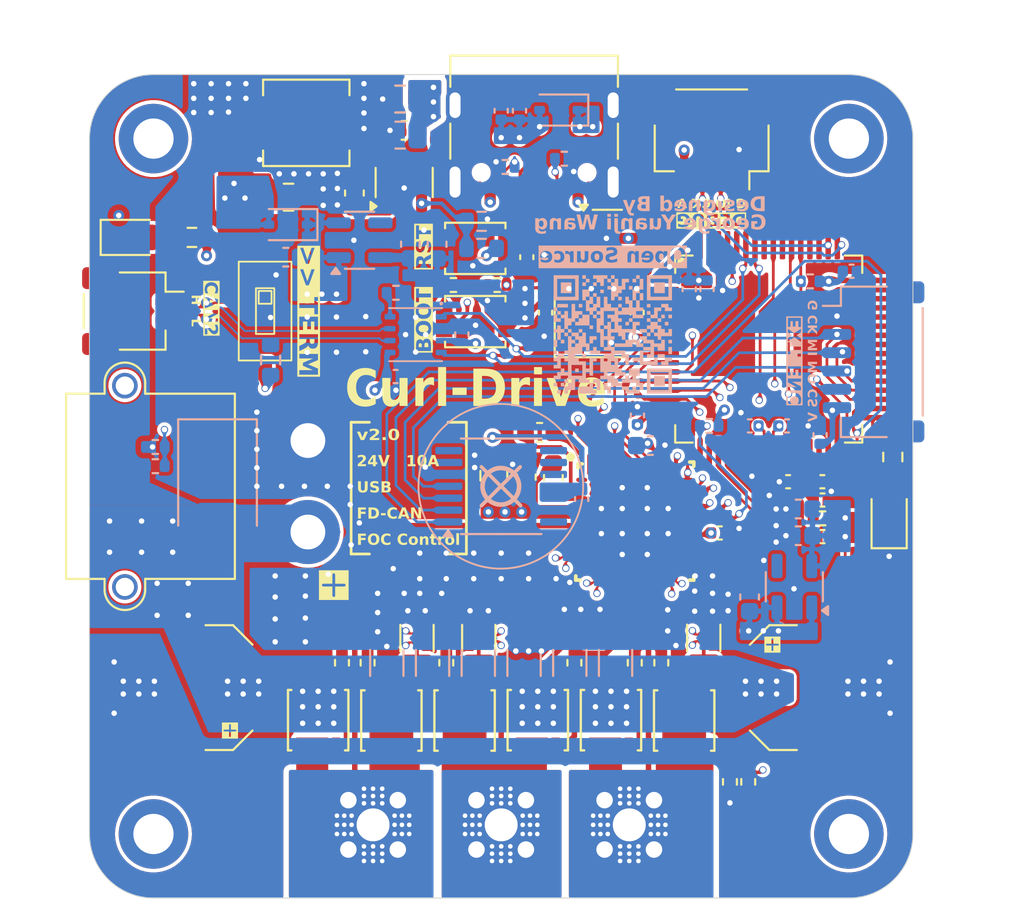
<source format=kicad_pcb>
(kicad_pcb (version 20240108) (generator "pcbnew") (generator_version "8.0")
  (layers (0 "F.Cu" signal) (1 "In1.Cu" power "GND1.Cu") (2 "In2.Cu" signal "SIG1.Cu") (3 "In3.Cu" signal "SIG2.Cu") (4 "In4.Cu" power "GND2.Cu") (31 "B.Cu" signal) (34 "B.Paste" user) (35 "F.Paste" user) (36 "B.SilkS" user "B.Silkscreen") (37 "F.SilkS" user "F.Silkscreen") (38 "B.Mask" user) (39 "F.Mask" user) (44 "Edge.Cuts" user))
  (net 0 "")
  (net 1 "GND")
  (net 2 "DVCC")
  (net 3 "VREF")
  (net 4 "Net-(U1-PF0)")
  (net 5 "DCBUS")
  (net 6 "NRST")
  (net 7 "Net-(D1-A)")
  (net 8 "4V5")
  (net 9 "AVCC")
  (net 10 "Net-(U7-SW)")
  (net 11 "Net-(U7-BST)")
  (net 12 "5V")
  (net 13 "VBAT_Sense")
  (net 14 "TEMP_Sense")
  (net 15 "Net-(U3-CPH)")
  (net 16 "Net-(U3-CPL)")
  (net 17 "Net-(U3-VCP)")
  (net 18 "Net-(U3-DVDD)")
  (net 19 "Net-(D4-A)")
  (net 20 "Net-(D5-A)")
  (net 21 "Net-(J1-CC1)")
  (net 22 "Net-(J1-CC2)")
  (net 25 "/D+")
  (net 26 "/D-")
  (net 27 "SWDIO")
  (net 28 "SWCLK")
  (net 29 "SH_A")
  (net 30 "SH_B")
  (net 31 "SH_C")
  (net 32 "SPI2_SCK")
  (net 33 "SPI2_MOSI")
  (net 34 "SPI2_MISO")
  (net 35 "CAN-")
  (net 36 "CAN+")
  (net 37 "SA_P")
  (net 38 "Net-(Q2-S)")
  (net 39 "SA_N")
  (net 40 "SB_P")
  (net 41 "Net-(Q4-S)")
  (net 42 "SB_N")
  (net 43 "Net-(Q6-S)")
  (net 44 "SC_P")
  (net 45 "SC_N")
  (net 46 "Net-(Q1-G)")
  (net 47 "Net-(Q2-G)")
  (net 48 "Net-(Q3-G)")
  (net 49 "Net-(Q4-G)")
  (net 50 "Net-(Q5-G)")
  (net 51 "Net-(Q6-G)")
  (net 52 "BOOT0")
  (net 53 "Net-(R3-Pad2)")
  (net 54 "Net-(U7-FB)")
  (net 55 "GL_C")
  (net 56 "nFAULT")
  (net 57 "LED_IND")
  (net 58 "GH_A")
  (net 59 "GL_A")
  (net 60 "GH_B")
  (net 61 "GL_B")
  (net 62 "GH_C")
  (net 63 "SPI3_MISO")
  (net 64 "INHA")
  (net 65 "INHB")
  (net 66 "INHC")
  (net 67 "SPI3_MOSI")
  (net 68 "SPI3_SCK")
  (net 69 "DR_CS")
  (net 70 "CAL")
  (net 71 "DR_EN")
  (net 72 "Encoder_CS")
  (net 74 "USART_RX")
  (net 81 "SOC")
  (net 82 "USB_D-")
  (net 90 "SOA")
  (net 91 "SOB")
  (net 93 "USB_D+")
  (net 94 "USART_TX")
  (net 97 "Hi-Z")
  (net 108 "Net-(U9-S)")
  (net 109 "CANFD_TX")
  (net 110 "CANFD_RX")
  (net 111 "AUX_CS_SPI2")
  (footprint "TestPoint:TestPoint_Pad_D0.4mm" (layer "F.Cu") (at 138.6 109.95)
    (property "Reference" "TP1" (hide yes))
    (property "Value" "DCBUS")
  )
  (footprint "Curl-Drive:PG-TSDSON-8" (layer "F.Cu") (at 140 112.78 90)
    (property "Reference" "Q1" (hide yes))
    (property "Value" "BSZ042N06NSATMA1" (hide yes))
  )
  (footprint "TestPoint:TestPoint_Pad_D0.4mm" (layer "F.Cu") (at 169.5 98.95)
    (property "Reference" "TP23" (hide yes))
    (property "Value" "AUX_CS_SPI2")
  )
  (footprint "Curl-Drive:PG-TSDSON-8" (layer "F.Cu") (at 156 112.78 90)
    (property "Reference" "Q5" (hide yes))
    (property "Value" "BSZ042N06NSATMA1" (hide yes))
  )
  (footprint "Resistor_SMD:R_0402_1005Metric" (layer "F.Cu") (at 157.3 109.64143 90)
    (property "Reference" "R21" (hide yes))
    (property "Value" "4.7 0402")
  )
  (footprint "TestPoint:TestPoint_Pad_D0.4mm" (layer "F.Cu") (at 156.8 94.45)
    (property "Reference" "TP9" (hide yes))
    (property "Value" "INHA")
  )
  (footprint "Resistor_SMD:R_0402_1005Metric" (layer "F.Cu") (at 141.3 109.64143 90)
    (property "Reference" "R15" (hide yes))
    (property "Value" "4.7 0402")
  )
  (footprint "Resistor_SMD:R_0402_1005Metric" (layer "F.Cu") (at 154 109.64143 90)
    (property "Reference" "R18" (hide yes))
    (property "Value" "4.7 0402")
  )
  (footprint "TestPoint:TestPoint_Pad_D0.4mm" (layer "F.Cu") (at 156.15 95.9)
    (property "Reference" "TP10" (hide yes))
    (property "Value" "INHB")
  )
  (footprint "Resistor_SMD:R_1206_3216Metric" (layer "F.Cu") (at 161.067998 108.2875 90)
    (property "Reference" "R23" (hide yes))
    (property "Value" "3m (1206 1W)")
  )
  (footprint "Package_TO_SOT_SMD:SOT-23-6" (layer "F.Cu") (at 155.8 86.45)
    (property "Reference" "U4" (hide yes))
    (property "Value" "USBLC6-2SC6")
  )
  (footprint "Capacitor_SMD:CP_Elec_6.3x4.9" (layer "F.Cu") (at 133 111 180)
    (property "Reference" "C10" (hide yes))
    (property "Value" "47uF 35V")
  )
  (footprint "TestPoint:TestPoint_Pad_D0.4mm" (layer "F.Cu") (at 169.675 101.75 90)
    (property "Reference" "TP4" (hide yes))
    (property "Value" "A3V3")
  )
  (footprint "Resistor_SMD:R_0603_1608Metric" (layer "F.Cu") (at 171.4 98.4 -90)
    (property "Reference" "R14" (hide yes))
    (property "Value" "10k 0603")
  )
  (footprint "1_my_custom:4.5x4.5_pad" (layer "F.Cu") (at 143 118.5 90)
    (property "Reference" "J4" (hide yes))
    (property "Value" "PhaseA" (hide yes))
  )
  (footprint "NetTie:NetTie-2" (layer "F.Cu") (at 145.4 107.6 90)
    (property "Reference" "NT2" (hide yes))
    (property "Value" "AN" (hide yes))
  )
  (footprint "Resistor_SMD:R_0402_1005Metric" (layer "F.Cu") (at 147.39 89 180)
    (property "Reference" "R2" (hide yes))
    (property "Value" "10k 0402")
  )
  (footprint "Resistor_SMD:R_1206_3216Metric" (layer "F.Cu") (at 148.775 108.3 90)
    (property "Reference" "R20" (hide yes))
    (property "Value" "3m (1206 1W)")
  )
  (footprint "1_my_custom:4.5x4.5_pad" (layer "F.Cu") (at 157 118.5 90)
    (property "Reference" "J6" (hide yes))
    (property "Value" "PhaseC" (hide yes))
  )
  (footprint "Capacitor_SMD:C_0402_1005Metric" (layer "F.Cu") (at 161.95 102.55)
    (property "Reference" "C52" (hide yes))
    (property "Value" "100n 50V 0402")
  )
  (footprint "Connector_AMASS:AMASS_XT30PW-M_1x02_P2.50mm_Horizontal" (layer "F.Cu") (at 139.4375 97.5 90)
    (property "Reference" "J3" (hide yes))
    (property "Value" "XT30PW")
  )
  (footprint "TestPoint:TestPoint_Pad_D0.4mm" (layer "F.Cu") (at 169.5 98.1)
    (property "Reference" "TP25" (hide yes))
    (property "Value" "Encoder_CS")
  )
  (footprint "Crystal:Crystal_SMD_3225-4Pin_3.2x2.5mm" (layer "F.Cu") (at 154.925 91.3)
    (property "Reference" "Y1" (hide yes))
    (property "Value" "YXC_OT2EL4C4JI-111OLP-8M")
  )
  (footprint "Inductor_SMD:L_APV_APH0420" (layer "F.Cu") (at 139.35 80.14 180)
    (property "Reference" "L1" (hide yes))
    (property "Value" "3.3uH (APH0420T)")
  )
  (footprint "Capacitor_SMD:C_0402_1005Metric" (layer "F.Cu") (at 152.425 90.51 90)
    (property "Reference" "C6" (hide yes))
    (property "Value" "100n 50V 0402")
  )
  (footprint "MountingHole:MountingHole_2.2mm_M2_DIN965_Pad" (layer "F.Cu") (at 131 119)
    (property "Reference" "H3" (hide yes))
    (property "Value" "MountingHole_Pad_MP")
  )
  (footprint "LED_SMD:LED_0805_2012Metric" (layer "F.Cu") (at 129.8 86.4)
    (property "Reference" "D4" (hide yes))
    (property "Value" "Blue (0805)")
  )
  (footprint "MountingHole:MountingHole_2.2mm_M2_DIN965_Pad" (layer "F.Cu") (at 169 119)
    (property "Reference" "H4" (hide yes))
    (property "Value" "MountingHole_Pad_MP")
  )
  (footprint "TestPoint:TestPoint_Pad_D0.4mm" (layer "F.Cu") (at 138.45 85.55)
    (property "Reference" "TP5" (hide yes))
    (property "Value" "GND")
  )
  (footprint "Resistor_SMD:R_0603_1608Metric" (layer "F.Cu") (at 133.1 86.4 180)
    (property "Reference" "R13" (hide yes))
    (property "Value" "10k 0603")
  )
  (footprint "TestPoint:TestPoint_Pad_D0.4mm" (layer "F.Cu") (at 171.6 94.125)
    (property "Reference" "TP21" (hide yes))
    (property "Value" "SPI2_MOSI")
  )
  (footprint "Package_TO_SOT_SMD:SOT-23-6" (layer "F.Cu") (at 144.7 83.4 90)
    (property "Reference" "U7" (hide yes))
    (property "Value" "ME3121")
  )
  (footprint "TestPoint:TestPoint_Pad_D0.4mm" (layer "F.Cu") (at 171.6 95.625)
    (property "Reference" "TP22" (hide yes))
    (property "Value" "SPI2_SCK")
  )
  (footprint "MountingHole:MountingHole_2.2mm_M2_DIN965_Pad" (layer "F.Cu") (at 169 81)
    (property "Reference" "H2" (hide yes))
    (property "Value" "MountingHole_Pad_MP")
  )
  (footprint "TestPoint:TestPoint_Pad_D0.4mm" (layer "F.Cu") (at 152.25 89.15 180)
    (property "Reference" "TP7" (hide yes))
    (property "Value" "3V3")
  )
  (footprint "Connector_JST:JST_SH_SM02B-SRSS-TB_1x02-1MP_P1.00mm_Horizontal" (layer "F.Cu") (at 129.875 90.425 -90)
    (property "Reference" "J10" (hide yes))
    (property "Value" "CAN")
  )
  (footprint "NetTie:NetTie-2" (layer "F.Cu") (at 148.775 109 -90)
    (property "Reference" "NT3" (hide yes))
    (property "Value" "AP" (hide yes))
  )
  (footprint "Resistor_SMD:R_1206_3216Metric" (layer "F.Cu") (at 145.4 108.3 90)
    (property "Reference" "R17" (hide yes))
    (property "Value" "3m (1206 1W)")
  )
  (footprint "Resistor_SMD:R_0402_1005Metric" (layer "F.Cu") (at 142.7 109.64143 90)
    (property "Reference" "R16" (hide yes))
    (property "Value" "4.7 0402")
  )
  (footprint "Capacitor_SMD:C_0603_1608Metric" (layer "F.Cu") (at 151.375 99.5 -90)
    (property "Reference" "C49" (hide yes))
    (property "Value" "100n 50V 0603")
  )
  (footprint "NetTie:NetTie-2" (layer "F.Cu") (at 145.4 109 -90)
    (property "Reference" "NT1" (hide yes))
    (property "Value" "AP" (hide yes))
  )
  (footprint "Curl-Drive:PG-TSDSON-8" (layer "F.Cu") (at 148 112.8 -90)
    (property "Reference" "Q4" (hide yes))
    (property "Value" "BSZ042N06NSATMA1" (hide yes))
  )
  (footprint "NetTie:NetTie-2" (layer "F.Cu") (at 161.067998 108.9865 -90)
    (property "Reference" "NT5" (hide yes))
    (property "Value" "AP" (hide yes))
  )
  (footprint "TestPoint:TestPoint_Pad_D0.4mm" (layer "F.Cu") (at 157.45 95)
    (property "Reference" "TP15" (hide yes))
    (property "Value" "DR_CS")
  )
  (footprint "Capacitor_SMD:C_0603_1608Metric" (layer "F.Cu") (at 144.7 80.55 180)
    (property "Reference" "C20" (hide yes))
    (property "Value" "100n 50V 0603")
  )
  (footprint "Resistor_SMD:R_0402_1005Metric" (layer "F.Cu") (at 163.5 116.15 -90)
    (property "Reference" "R10" (hide yes))
    (property "Value" "3.3k 0402")
  )
  (footprint "NetTie:NetTie-2" (layer "F.Cu") (at 161.067998 107.5875 90)
    (property "Reference" "NT6" (hide yes))
    (property "Value" "AN" (hide yes))
  )
  (footprint "Capacitor_SMD:C_0402_1005Metric" (layer "F.Cu") (at 167.55 99.75)
    (property "Reference" "C5" (hide yes))
    (property "Value" "100n 50V 0402")
  )
  (footprint "Capacitor_SMD:C_0603_1608Metric" (layer "F.Cu") (at 152.85 99.525 -90)
    (property "Reference" "C47" (hide yes))
    (property "Value" "1u 25V 0603")
  )
  (footprint "Connector_USB:USB_C_Receptacle_G-Switch_GT-USB-7010ASV" (layer "F.Cu") (at 151.8 80.25 180)
    (property "Reference" "J1" (hide yes))
    (property "Value" "USB_C_Receptacle_USB2.0_16P")
  )
  (footprint "LED_SMD:LED_0805_2012Metric" (layer "F.Cu") (at 171.2 101.7 90)
    (property "Reference" "D5" (hide yes))
    (property "Value" "Green (0805)")
  )
  (footprint "TestPoint:TestPoint_Pad_D0.4mm" (layer "F.Cu") (at 161 101.15)
    (property "Reference" "TP13" (hide yes))
    (property "Value" "SPI3_MOSI")
  )
  (footprint "Capacitor_SMD:C_0805_2012Metric" (layer "F.Cu") (at 138.38 84.2)
    (property "Reference" "C19" (hide yes))
    (property "Value" "22u 16V 0603")
  )
  (footprint "TestPoint:TestPoint_Pad_D0.4mm" (layer "F.Cu") (at 171.6 94.875)
    (property "Reference" "TP20" (hide yes))
    (property "Value" "SPI2_MISO")
  )
  (footprint "Capacitor_SMD:C_0805_2012Metric" (layer "F.Cu") (at 149.6 99.425 90)
    (property "Reference" "C48" (hide yes))
    (property "Value" "10u 35V 0805")
  )
  (footprint "TestPoint:TestPoint_Pad_D0.4mm" (layer "F.Cu") (at 152.95 88 180)
    (property "Reference" "TP8" (hide yes))
    (property "Value" "GND")
  )
  (footprint "Curl-Drive:PG-TSDSON-8" (layer "F.Cu") (at 160 112.8 -90)
    (property "Reference" "Q6" (hide yes))
    (property "Value" "BSZ042N06NSATMA1" (hide yes))
  )
  (footprint "Curl-Drive:PG-TSDSON-8" (layer "F.Cu") (at 152 112.78 90)
    (property "Reference" "Q3" (hide yes))
    (property "Value" "BSZ042N06NSATMA1" (hide yes))
  )
  (footprint "MountingHole:MountingHole_2.2mm_M2_DIN965_Pad" (layer "F.Cu") (at 131 81)
    (property "Reference" "H1" (hide yes))
    (property "Value" "MountingHole_Pad_MP")
  )
  (footprint "Curl-Drive:PG-TSDSON-8" (layer "F.Cu") (at 144 112.8 -90)
    (property "Reference" "Q2" (hide yes))
    (property "Value" "BSZ042N06NSATMA1" (hide yes))
  )
  (footprint "TestPoint:TestPoint_Pad_D0.4mm" (layer "F.Cu") (at 162.5 101.75)
    (property "Reference" "TP24" (hide yes))
    (property "Value" "nFAULT")
  )
  (footprint "Capacitor_SMD:CP_Elec_6.3x4.9" (layer "F.Cu") (at 167 111)
    (property "Reference" "C28" (hide yes))
    (property "Value" "47uF 35V")
  )
  (footprint "TestPoint:TestPoint_Pad_D0.4mm" (layer "F.Cu") (at 151.4 92.45)
    (property "Reference" "TP18" (hide yes))
    (property "Value" "CAN_TX")
  )
  (footprint "TestPoint:TestPoint_Pad_D0.4mm" (layer "F.Cu") (at 154.75 95.25)
    (property "Reference" "TP11" (hide yes))
    (property "Value" "INHC")
  )
  (footprint "TestPoint:TestPoint_Pad_D0.4mm" (layer "F.Cu") (at 138.6 109)
    (property "Reference" "TP2" (hide yes))
    (property "Value" "GND")
  )
  (footprint "Capacitor_SMD:C_0603_1608Metric" (layer "F.Cu") (at 152.1 97.05 180)
    (property "Reference" "C44" (hide yes))
    (property "Value" "47n 50V 0603")
  )
  (footprint "Button_Switch_SMD:SW_SPST_B3U-1000P" (layer "F.Cu") (at 148.585 87 180)
    (property "Reference" "SW1(B3U-1000)1" (hide yes))
    (property "Value" "SW_Push")
  )
  (footprint "Capacitor_SMD:C_0603_1608Metric" (layer "F.Cu") (at 141.98 83.975 90)
    (property "Reference" "C18" (hide yes))
    (property "Value" "100n 50V 0603")
  )
  (footprint "Connector_JST:JST_SH_SM04B-SRSS-TB_1x04-1MP_P1.00mm_Horizontal" (layer "F.Cu") (at 161.5 81 180)
    (property "Reference" "J2" (hide yes))
    (property "Value" "STM32_DeBug")
  )
  (footprint "Resistor_SMD:R_0402_1005Metric" (layer "F.Cu") (at 167.56 101.75)
    (property "Reference" "FB2" (hide yes))
    (property "Value" "230mΩ 600Ω@100MHz 0402")
  )
  (footprint "Capacitor_SMD:C_0402_1005Metric" (layer "F.Cu") (at 167.56 100.75)
    (property "Reference" "C9" (hide yes))
    (property "Value" "1u 25V 0402")
  )
  (footprint "Button_Switch_SMD:SW_SPST_DSHP-01-TJ-GER" (layer "F.Cu") (at 137.1 90.425 -90)
    (property "Reference" "SW1" (hide yes))
    (property "Value" "SW_DIP_x01")
  )
  (footprint "TestPoint:TestPoint_Pad_D0.4mm" (layer "F.Cu") (at 164.3 99.7 90)
    (property "Reference" "TP6" (hide yes))
    (property "Value" "GND")
  )
  (footprint "Curl-Drive:DRV8323" (layer "F.Cu") (at 157.299999 101.899999)
    (property "Reference" "U3" (hide yes))
    (property "Value" "DRV8323SRTAR")
  )
  (footprint "Package_QFP:LQFP-64_10x10mm_P0.5mm" (layer "F.Cu") (at 164.62 92.5)
    (property "Reference" "U1" (hide yes))
    (property "Value" "STM32G474RBTx")
  )
  (footprint "TestPoint:TestPoint_Pad_D0.4mm" (layer "F.Cu") (at 150.2 92.85)
    (property "Reference" "TP27" (hide yes))
    (property "Value" "CAN_RX")
  )
  (footprint "TestPoint:TestPoint_Pad_D0.4mm" (layer "F.Cu") (at 136 83.45)
    (property "Reference" "TP3" (hide yes))
    (property "Value" "5V")
  )
  (footprint "Capacitor_SMD:C_0402_1005Metric" (layer "F.Cu") (at 167.56 102.75 180)
    (property "Reference" "C46" (hide yes))
    (property "Value" "1u 25V 0402")
  )
  (footprint "Resistor_SMD:R_0402_1005Metric" (layer "F.Cu") (at 162.5 116.15 -90)
    (property "Reference" "TH1" (hide yes))
    (property "Value" "10k 0402")
  )
  (footprint "Resistor_SMD:R_0402_1005Metric" (layer "F.Cu") (at 147 109.64143 90)
    (property "Reference" "R19" (hide yes))
    (property "Value" "4.7 0402")
  )
  (footprint "Capacitor_SMD:C_0402_1005Metric" (layer "F.Cu") (at 165.68 99.75)
    (property "Reference" "C8" (hide yes))
    (property "Value" "100n 50V 0402")
  )
  (footprint "TestPoint:TestPoint_Pad_D0.4mm" (layer "F.Cu") (at 160.19 98.1)
    (property "Reference" "TP17" (hide yes))
    (property "Value" "DR_EN")
  )
  (footprint "Capacitor_SMD:C_0805_2012Metric" (layer "F.Cu") (at 144.475 78.84 180)
    (property "Reference" "C23" (hide yes))
    (property "Value" "10u 50V 0805")
  )
  (footprint "TestPoint:TestPoint_Pad_D0.4mm" (layer "F.Cu") (at 162 101.25)
    (property "Reference" "TP12" (hide yes))
    (property "Value" "SPI3_MISO")
  )
  (footprint "1_my_custom:4.5x4.5_pad" (layer "F.Cu") (at 150 118.5 90)
    (property "Reference" "J5" (hide yes))
    (property "Value" "PhaseB" (hide yes))
  )
  (footprint "TestPoint:TestPoint_Pad_D0.4mm" (layer "F.Cu") (at 157.6 94.3)
    (property "Reference" "TP16" (hide yes))
    (property "Value" "CAL")
  )
  (footprint "TestPoint:TestPoint_Pad_D0.4mm" (layer "F.Cu") (at 161.125 100.275)
    (property "Reference" "TP14" (hide yes))
    (property "Value" "SPI3_SCK")
  )
  (footprint "Resistor_SMD:R_0402_1005Metric" (layer "F.Cu") (at 149.78 89 180)
    (property "Reference" "R1" (hide yes))
    (property "Value" "10k 0402")
  )
  (footprint "NetTie:NetTie-2" (layer "F.Cu") (at 148.775 107.6 90)
    (property "Reference" "NT4" (hide yes))
    (property "Value" "AN" (hide yes))
  )
  (footprint "Button_Switch_SMD:SW_SPST_B3U-1000P" (layer "F.Cu") (at 148.585 91)
    (property "Reference" "SW2(B3U-1000)1" (hide yes))
    (property "Value" "SW_Push")
  )
  (footprint "Capacitor_SMD:C_0402_1005Metric" (layer "F.Cu") (at 157.425 90.5 -90)
    (property "Reference" "C7" (hide yes))
    (property "Value" "15p 50V 0402 C0G")
  )
  (footprint "Capacitor_SMD:C_0402_1005Metric" (layer "F.Cu") (at 151.4 87.48 90)
    (property "Reference" "C11" (hide yes))
    (property "Value" "100n 50V 0402")
  )
  (footprint "Resistor_SMD:R_0402_1005Metric" (layer "F.Cu") (at 158.75 109.64143 90)
    (property "Reference" "R11" (hide yes))
    (property "Value" "4.7 0402")
  )
  (footprint "Capacitor_SMD:C_0603_1608Metric" (layer "B.Cu") (at 145.04 86.77 90)
    (property "Reference" "C54" (hide yes))
    (property "Value" "1u 25V 0603")
  )
  (footprint "Diode_SMD:D_SOD-323" (layer "B.Cu") (at 153.15 79.44 180)
    (property "Reference" "D1" (hide yes))
    (property "Value" "1N5819WS")
  )
  (footprint "Resistor_SMD:R_0402_1005Metric" (layer "B.Cu") (at 166.885 88.8)
    (property "Reference" "R26" (hide yes))
    (property "Value" "10k 0402")
  )
  (footprint "Capacitor_SMD:C_0603_1608Metric" (layer "B.Cu") (at 166.235 101.24 180)
    (property "Reference" "C17" (hide yes))
    (property "Value" "100n 50V 0603")
  )
  (footprint "Capacitor_SMD:C_0402_1005Metric" (layer "B.Cu") (at 165.62 96.7)
    (property "Reference" "C40" (hide yes))
    (property "Value" "100n 50V 0402")
  )
  (footprint "Capacitor_SMD:C_0402_1005Metric" (layer "B.Cu") (at 147.85 91.7 90)
    (property "Reference" "C31" (hide yes))
    (property "Value" "100n 50V 0402")
  )
  (footprint "Capacitor_SMD:C_1206_3216Metric" (layer "B.Cu") (at 148.75 109.65 -90)
    (property "Reference" "C24" (hide yes))
    (property "Value" "4.7u 50V 1206")
  )
  (footprint "Package_SO:TSSOP-14_4.4x5mm_P0.65mm" (layer "B.Cu") (at 150 100)
    (property "Reference" "U8" (hide yes))
    (property "Value" "AS5047D")
  )
  (footprint "Capacitor_SMD:C_0603_1608Metric" (layer "B.Cu") (at 158.15 97.775 180)
    (property "Reference" "C50" (hide yes))
    (property "Value" "1u 25V 0603")
  )
  (footprint "Connector_JST:JST_SH_SM06B-SRSS-TB_1x06-1MP_P1.00mm_Horizontal" (layer "B.Cu") (at 170.35 93.2 -90)
    (property "Reference" "J7" (hide yes))
    (property "Value" "Encoder")
  )
  (footprint "Capacitor_SMD:C_0402_1005Metric" (layer "B.Cu") (at 160.275 89.23 -90)
    (property "Reference" "C1" (hide yes))
    (property "Value" "1u 25V 0402")
  )
  (footprint "Capacitor_SMD:C_0402_1005Metric" (layer "B.Cu") (at 154.4 100.7 90)
    (property "Reference" "C62" (hide yes))
    (property "Value" "100n 50V 0402")
  )
  (footprint "Resistor_SMD:R_0402_1005Metric" (layer "B.Cu") (at 153.45 82.1 180)
    (property "Reference" "R4" (hide yes))
    (property "Value" "5.1k 0402")
  )
  (footprint "Capacitor_SMD:C_0603_1608Metric" (layer "B.Cu") (at 138.23 87.48 180)
    (property "Reference" "C53" (hide yes))
    (property "Value" "1u 25V 0603")
  )
  (footprint "Resistor_SMD:R_0402_1005Metric" (layer "B.Cu") (at 150.225 82.55 180)
    (property "Reference" "R5" (hide yes))
    (property "Value" "5.1k 0402")
  )
  (footprint "Resistor_SMD:R_0402_1005Metric" (layer "B.Cu") (at 144.25 89.425)
    (property "Reference" "R22" (hide yes))
    (property "Value" "10k")
  )
  (footprint "Capacitor_SMD:C_1206_3216Metric" (layer "B.Cu") (at 146.25 109.65 -90)
    (property "Reference" "C26" (hide yes))
    (property "Value" "4.7u 50V 1206")
  )
  (footprint "Capacitor_SMD:C_0402_1005Metric" (layer "B.Cu") (at 150 79.48 90)
    (property "Reference" "C13" (hide yes))
    (property "Value" "1u 25V 0402")
  )
  (footprint "Package_TO_SOT_SMD:SOT-23-5" (layer "B.Cu") (at 166.02 105.49 90)
    (property "Reference" "U5" (hide yes))
    (property "Value" "TLV75533PDBV")
  )
  (footprint "Resistor_SMD:R_0402_1005Metric" (layer "B.Cu") (at 161.37 96.7 180)
    (property "Reference" "R12" (hide yes))
    (property "Value" "10k 0402")
  )
  (footprint "Capacitor_SMD:C_0603_1608Metric" (layer "B.Cu") (at 163.575 106.05 90)
    (property "Reference" "C15" (hide yes))
    (property "Value" "1u 25V 0603")
  )
  (footprint "Resistor_SMD:R_0603_1608Metric" (layer "B.Cu") (at 148.925 87)
    (property "Reference" "R8" (hide yes))
    (property "Value" "100k 0603")
  )
  (footprint "Resistor_SMD:R_0603_1608Metric" (layer "B.Cu") (at 148.93 85.52 180)
    (property "Reference" "R9" (hide yes))
    (property "Value" "13.7k 0603")
  )
  (footprint "Resistor_SMD:R_0402_1005Metric" (layer "B.Cu") (at 131.1 97.85)
    (property "Reference" "R7" (hide yes))
    (property "Value" "1k 0402")
  )
  (footprint "Capacitor_SMD:C_0402_1005Metric" (layer "B.Cu") (at 167.425 97.2 90)
    (property "Reference" "C51" (hide yes))
    (property "Value" "100n 50V 0402")
  )
  (footprint "Resistor_SMD:R_0402_1005Metric" (layer "B.Cu") (at 131.1 98.9 180)
    (property "Reference" "R6" (hide yes))
    (property "Value" "10k 0402")
  )
  (footprint "Capacitor_SMD:C_0402_1005Metric" (layer "B.Cu") (at 161.25 89.23 -90)
    (property "Reference" "C2" (hide yes))
    (property "Value" "100n 50V 0402")
  )
  (footprint "Capacitor_SMD:C_0402_1005Metric" (layer "B.Cu") (at 169.15 88.25)
    (property "Reference" "C3" (hide yes))
    (property "Value" "100n 50V 0402")
  )
  (footprint "Resistor_SMD:R_0603_1608Metric" (layer "B.Cu") (at 137.4 93.1 -90)
    (property "Reference" "R3" (hide yes))
    (property "Value" "120 0603")
  )
  (footprint "Capacitor_SMD:C_0402_1005Metric" (layer "B.Cu") (at 151 79.48 90)
    (property "Reference" "C14" (hide yes))
    (property "Value" "100n 50V 0402")
  )
  (footprint "Capacitor_SMD:C_0603_1608Metric" (layer "B.Cu") (at 146.5 86.775 90)
    (property "Reference" "C55" (hide yes))
    (property "Value" "100n 50V 0603")
  )
  (footprint "Capacitor_SMD:C_0805_2012Metric" (layer "B.Cu") (at 144.48 78.835 180)
    (property "Reference" "C22" (hide yes))
    (property "Value" "10u 50V 0805")
  )
  (footprint "Capacitor_SMD:C_0402_1005Metric" (layer "B.Cu") (at 157.445 96.13 90)
    (property "Reference" "C4" (hide yes))
    (property "Value" "100n 50V 0402")
  )
  (footprint "Diode_SMD:D_SMB" (layer "B.Cu") (at 134.5 100 -90)
    (property "Reference" "D3" (hide yes))
    (property "Value" "SMBJ26CA")
  )
  (footprint "Capacitor_SMD:C_1206_3216Metric" (layer "B.Cu") (at 156.25 109.65 -90)
    (property "Reference" "C29" (hide yes))
    (property "Value" "4.7u 50V 1206")
  )
  (footprint "LOGO" (layer "B.Cu") (at 156.1 91.7 180)
    (property "Reference" "G***" (hide yes))
    (property "Value" "LOGO" (hide yes))
  )
  (footprint "Diode_SMD:D_SOD-323" (layer "B.Cu") (at 138.35 85.7 180)
    (property "Reference" "D12" (hide yes))
    (property "Value" "1N5819WS")
  )
  (footprint "Capacitor_SMD:C_1206_3216Metric" (layer "B.Cu") (at 153.75 109.65 -90)
    (property "Reference" "C30" (hide yes))
    (property "Value" "10u 50V 1206")
  )
  (footprint "Capacitor_SMD:C_1206_3216Metric" (layer "B.Cu") (at 151.25 109.65 -90)
    (property "Reference" "C25" (hide yes))
    (property "Value" "10u 50V 1206")
  )
  (footprint "Capacitor_SMD:C_0402_1005Metric" (layer "B.Cu") (at 144.23 94)
    (property "Reference" "C32" (hide yes))
    (property "Value" "100n 50V 0402")
  )
  (footprint "Curl-Drive:TCAN1051VDRB" (layer "B.Cu") (at 145.325 91.7125 180)
    (property "Reference" "U9" (hide yes))
    (property "Value" "TCAN1051HVDRB" (hide yes))
  )
  (footprint "Capacitor_SMD:C_0402_1005Metric" (layer "B.Cu") (at 163.585 96.7 180)
    (property "Reference" "C41" (hide yes))
    (property "Value" "1u 25V 0402")
  )
  (footprint "Capacitor_SMD:C_1206_3216Metric" (layer "B.Cu") (at 143.75 109.65 -90)
    (property "Reference" "C27" (hide yes))
    (property "Value" "10u 50V 1206")
  )
  (footprint "Capacitor_SMD:C_0603_1608Metric" (layer "B.Cu") (at 166.235 102.7 180)
    (property "Reference" "C16" (hide yes))
    (property "Value" "1u 25V 0603")
  )
  (footprint "Package_TO_SOT_SMD:SOT-23-5" (layer "B.Cu") (at 142.26 86.555)
    (property "Reference" "U6" (hide yes))
    (property "Value" "TLV75533PDBV")
  )
  (footprint "Capacitor_SMD:C_0805_2012Metric" (layer "B.Cu") (at 144.48 80.81 180)
    (property "Reference" "C21" (hide yes))
    (property "Value" "10u 50V 0805")
  )
  (gr_circle (center 149.98033 100) (end 148.98033 100) (stroke (width 0.25)) (fill none) (layer "B.SilkS"))
  (gr_circle (center 149.98033 100) (end 150 95.5) (stroke (width 0.1)) (fill none) (layer "B.SilkS"))
  (gr_line (start 149.98033 100) (end 148.91967 98.93934) (stroke (width 0.2)) (layer "B.SilkS"))
  (gr_line (start 149.98033 100) (end 151.04099 98.93934) (stroke (width 0.2)) (layer "B.SilkS"))
  (gr_line (start 151.06066 101.05533) (end 150 99.99467) (stroke (width 0.2)) (layer "B.SilkS"))
  (gr_line (start 149.98033 100) (end 148.91967 101.06066) (stroke (width 0.2)) (layer "B.SilkS"))
  (gr_line (start 141.8 96.5) (end 141.8 103.7) (stroke (width 0.15)) (layer "F.SilkS"))
  (gr_line (start 141.8 103.7) (end 142.8 103.7) (stroke (width 0.15)) (layer "F.SilkS"))
  (gr_line (start 148.1 96.5) (end 148.1 103.7) (stroke (width 0.15)) (layer "F.SilkS"))
  (gr_line (start 147.1 96.5) (end 148.1 96.5) (stroke (width 0.15)) (layer "F.SilkS"))
  (gr_line (start 148.1 103.7) (end 147.1 103.7) (stroke (width 0.15)) (layer "F.SilkS"))
  (gr_line (start 142.8 96.5) (end 141.8 96.5) (stroke (width 0.15)) (layer "F.SilkS"))
  (gr_line (start 169 77.5) (end 131 77.5) (stroke (width 0.05)) (layer "Edge.Cuts"))
  (gr_line (start 127.5 119) (end 127.5 81) (stroke (width 0.05)) (layer "Edge.Cuts"))
  (gr_arc (start 127.5 81) (mid 128.525126 78.525126) (end 131 77.5) (stroke (width 0.05)) (layer "Edge.Cuts"))
  (gr_arc (start 169 77.5) (mid 171.474874 78.525126) (end 172.5 81) (stroke (width 0.05)) (layer "Edge.Cuts"))
  (gr_arc (start 172.5 119) (mid 171.474874 121.474874) (end 169 122.5) (stroke (width 0.05)) (layer "Edge.Cuts"))
  (gr_arc (start 131 122.5) (mid 128.525126 121.474874) (end 127.5 119) (stroke (width 0.05)) (layer "Edge.Cuts"))
  (gr_line (start 169 122.5) (end 131 122.5) (stroke (width 0.05)) (layer "Edge.Cuts"))
  (gr_line (start 172.5 81) (end 172.5 119) (stroke (width 0.05)) (layer "Edge.Cuts"))
  (gr_text "Open Source" (at 156.1 87.9 0) (layer "B.SilkS" knockout) (effects (font (size 0.8 0.8) (thickness 0.125)) (justify bottom mirror)))
  (gr_text "George Yuanji Wang" (at 164.5 86.1 -0) (layer "B.SilkS") (effects (font (size 0.8 0.8) (thickness 0.15) (bold yes)) (justify left bottom mirror)))
  (gr_text "EXT. ENC" (at 166.5 90.7 90) (layer "B.SilkS" knockout) (effects (font (size 0.7 0.7) (thickness 0.125)) (justify left bottom mirror)))
  (gr_text "Designed By" (at 164.5 85.1 0) (layer "B.SilkS") (effects (font (size 0.8 0.8) (thickness 0.1) (bold yes)) (justify left bottom mirror)))
  (gr_text "G CK MI MO CS V" (at 167.35 93.15 90) (layer "B.SilkS") (effects (font (size 0.5 0.5) (thickness 0.1)) (justify bottom mirror)))
  (gr_text "RST" (at 146.3 86.95 90) (layer "F.SilkS" knockout) (effects (font (size 0.8 0.8) (thickness 0.125)) (justify bottom)))
  (gr_text "BOOT" (at 146.3 90.95 90) (layer "F.SilkS" knockout) (effects (font (size 0.8 0.8) (thickness 0.125)) (justify bottom)))
  (gr_text "DEBUG" (at 163.4 85 180) (layer "F.SilkS" knockout) (effects (font (size 0.7 0.7) (thickness 0.125)) (justify left bottom)))
  (gr_text "v2.0" (at 142.1 97.575 0) (layer "F.SilkS") (effects (font (size 0.6 0.7) (thickness 0.1) (bold yes) (italic yes)) (justify left bottom)))
  (gr_text "G IO CK V" (at 161.5 84.2 180) (layer "F.SilkS") (effects (font (size 0.5 0.5) (thickness 0.1)) (justify bottom)))
  (gr_text "CAN2" (at 133.68959 88.8 270) (layer "F.SilkS" knockout) (effects (font (size 0.7 0.7) (thickness 0.125)) (justify left bottom)))
  (gr_text "H   L" (at 133 90.4 270) (layer "F.SilkS") (effects (font (size 0.5 0.5) (thickness 0.1)) (justify bottom)))
  (gr_text "24V   10A" (at 142.1 99.00625 0) (layer "F.SilkS") (effects (font (size 0.6 0.6) (thickness 0.1) (bold yes) (italic yes)) (justify left bottom)))
  (gr_text "FOC Control" (at 142.1 103.3 0) (layer "F.SilkS") (effects (font (size 0.6 0.6) (thickness 0.1) (bold yes) (italic yes)) (justify left bottom)))
  (gr_text "Curl-Drive" (at 148.625 95.95 0) (layer "F.SilkS") (effects (font (size 2 1.8) (thickness 0.2) (bold yes) (italic yes)) (justify bottom)))
  (gr_text "FD-CAN" (at 142.1 101.86875 0) (layer "F.SilkS") (effects (font (size 0.6 0.6) (thickness 0.1) (bold yes) (italic yes)) (justify left bottom)))
  (gr_text "USB" (at 142.1 100.4375 0) (layer "F.SilkS") (effects (font (size 0.6 0.6) (thickness 0.1) (bold yes) (italic yes)) (justify left bottom)))
  (segment (start 163 83) (end 163 81.6) (width 0.4) (layer "F.Cu") (net 1))
  (segment (start 151.74 87.96) (end 151.4 87.96) (width 0.3) (layer "F.Cu") (net 1))
  (segment (start 158.945 95.75) (end 157.545 95.75) (width 0.3) (layer "F.Cu") (net 1))
  (segment (start 138.45 84.65) (end 138.9 84.2) (width 0.2) (layer "F.Cu") (net 1))
  (segment (start 162.75 102.55) (end 163 102.3) (width 0.3) (layer "F.Cu") (net 1))
  (segment (start 165.2 99.75) (end 164.35 99.75) (width 0.3) (layer "F.Cu") (net 1))
  (segment (start 168.35 90.7) (end 168.35 90.31688) (width 0.3) (layer "F.Cu") (net 1))
  (segment (start 152.425 90.99) (end 152.425 91.725) (width 0.3) (layer "F.Cu") (net 1))
  (segment (start 144.7 84.5375) (end 144.7 83.7) (width 0.3) (layer "F.Cu") (net 1))
  (segment (start 154.6625 86.45) (end 155.75 86.45) (width 0.3) (layer "F.Cu") (net 1))
  (segment (start 168.04 100.275) (end 168.04 99.76) (width 0.3) (layer "F.Cu") (net 1))
  (segment (start 148.775 107.4) (end 148.775 106.8375) (width 0.1) (layer "F.Cu") (net 1))
  (segment (start 162.43 102.55) (end 162.75 102.55) (width 0.3) (layer "F.Cu") (net 1))
  (segment (start 171.2 102.6375) (end 171.2 103.825) (width 0.3) (layer "F.Cu") (net 1))
  (segment (start 161.37 87.77) (end 161.995 88.395) (width 0.3) (layer "F.Cu") (net 1))
  (segment (start 157.425 89.225) (end 157.4 89.2) (width 0.3) (layer "F.Cu") (net 1))
  (segment (start 159.049998 99) (end 159.049998 97.849998) (width 0.2) (layer "F.Cu") (net 1))
  (segment (start 145.4 107.4) (end 145.4 106.8375) (width 0.1) (layer "F.Cu") (net 1))
  (segment (start 161.37 86.825) (end 161.37 87.77) (width 0.3) (layer "F.Cu") (net 1))
  (segment (start 155.52 83.975) (end 156.12 83.375) (width 0.5) (layer "F.Cu") (net 1))
  (segment (start 145.4 106.8375) (end 145.4 107.2) (width 0.15) (layer "F.Cu") (net 1))
  (segment (start 148.45 88.75) (end 148.2 89) (width 0.3) (layer "F.Cu") (net 1))
  (segment (start 148.2 89) (end 147.9 89) (width 0.3) (layer "F.Cu") (net 1))
  (segment (start 152.95 88) (end 152.95 87.95) (width 0.15) (layer "F.Cu") (net 1))
  (segment (start 152.425 91.725) (end 152.35 91.8) (width 0.3) (layer "F.Cu") (net 1))
  (segment (start 141.955 86.55) (end 141.95 86.555) (width 0.4) (layer "F.Cu") (net 1))
  (segment (start 143.525 78.84) (end 143.925 79.24) (width 0.6) (layer "F.Cu") (net 1))
  (segment (start 168.04 100.75) (end 168.04 100.275) (width 0.3) (layer "F.Cu") (net 1))
  (segment (start 148 87) (end 146.885 87) (width 0.3) (layer "F.Cu") (net 1))
  (segment (start 159.049998 97.849998) (end 158.95 97.75) (width 0.2) (layer "F.Cu") (net 1))
  (segment (start 161.995 88.395) (end 161.995 89.195) (width 0.3) (layer "F.Cu") (net 1))
  (segment (start 148.6 83.975) (end 148.08 83.975) (width 0.5) (layer "F.Cu") (net 1))
  (segment (start 128.8625 86.4) (end 128.8625 85.4375) (width 0.3) (layer "F.Cu") (net 1))
  (segment (start 148.775 106.8375) (end 148.775 107.2) (width 0.15) (layer "F.Cu") (net 1))
  (segment (start 148.45 87.95) (end 148.45 88.75) (width 0.3) (layer "F.Cu") (net 1))
  (segment (start 167.27312 96.7) (end 167.87 97.29688) (width 0.3) (layer "F.Cu") (net 1))
  (segment (start 149.85 98.725) (end 149.6 98.475) (width 0.3) (layer "F.Cu") (net 1))
  (segment (start 165.61 102.75) (end 165.56 102.7) (width 0.3) (layer "F.Cu") (net 1))
  (segment (start 138.9 84.2) (end 139.33 84.2) (width 0.2) (layer "F.Cu") (net 1))
  (segment (start 155 83.975) (end 155.52 83.975) (width 0.5) (layer "F.Cu") (net 1))
  (segment (start 148.45 87.45) (end 148 87) (width 0.3) (layer "F.Cu") (net 1))
  (segment (start 148.45 87.95) (end 148.45 87.45) (width 0.3) (layer "F.Cu") (net 1))
  (segment (start 167.08 102.75) (end 165.61 102.75) (width 0.3) (layer "F.Cu") (net 1))
  (segment (start 161.067998 107.3875) (end 161.067998 106.825) (width 0.15) (layer "F.Cu") (net 1))
  (segment (start 162.5 116.66) (end 162.5 117.3) (width 0.15) (layer "F.Cu") (net 1))
  (segment (start 164.35 99.75) (end 164.3 99.7) (width 0.3) (layer "F.Cu") (net 1))
  (segment (start 152.35 87.35) (end 151.74 87.96) (width 0.3) (layer "F.Cu") (net 1))
  (segment (start 166.46688 96.7) (end 166.775 96.7) (width 0.3) (layer "F.Cu") (net 1))
  (segment (start 169.41688 89.25) (end 170.295 89.25) (width 0.3) (layer "F.Cu") (net 1))
  (segment (start 128.8625 85.4375) (end 129.1 85.2) (width 0.3) (layer "F.Cu") (net 1))
  (segment (start 157.545 95.75) (end 157.445 95.65) (width 0.3) (layer "F.Cu") (net 1))
  (segment (start 157.425 90.02) (end 157.425 89.225) (width 0.3) (layer "F.Cu") (net 1))
  (segment (start 168.04 99.76) (end 168.03 99.75) (width 0.3) (layer "F.Cu") (net 1))
  (segment (start 161.995 89.195) (end 162.1 89.3) (width 0.3) (layer "F.Cu") (net 1))
  (segment (start 168.35 90.31688) (end 169.41688 89.25) (width 0.3) (layer "F.Cu") (net 1))
  (segment (start 143.925 79.24) (end 143.925 80.55) (width 0.6) (layer "F.Cu") (net 1))
  (segment (start 166.775 96.7) (end 167.27312 96.7) (width 0.3) (layer "F.Cu") (net 1))
  (segment (start 165.87 97.29688) (end 166.46688 96.7) (width 0.3) (layer "F.Cu") (net 1))
  (segment (start 138.45 85.55) (end 138.45 84.65) (width 0.2) (layer "F.Cu") (net 1))
  (segment (start 148.08 83.975) (end 147.48 83.375) (width 0.5) (layer "F.Cu") (net 1))
  (segment (start 152.95 87.95) (end 152.35 87.35) (width 0.15) (layer "F.Cu") (net 1))
  (segment (start 165.87 98.175) (end 165.87 97.29688) (width 0.3) (layer "F.Cu") (net 1))
  (segment (start 167.87 97.29688) (end 167.87 98.175) (width 0.3) (layer "F.Cu") (net 1))
  (via (at 141.05 84.625) (size 0.6) (drill 0.3) (layers "F.Cu" "B.Cu") (net 1))
  (via (at 168.04 100.275) (size 0.6) (drill 0.3) (layers "F.Cu" "B.Cu") (net 1))
  (via (at 158.95 97.75) (size 0.6) (drill 0.3) (layers "F.Cu" "B.Cu") (net 1))
  (via (at 138 100) (size 0.6) (drill 0.3) (layers "F.Cu" "B.Cu") (net 1))
  (via (at 153.45 106.725) (size 0.4) (drill 0.3) (layers "F.Cu" "B.Cu") (net 1))
  (via (at 133.2 78) (size 0.6) (drill 0.3) (layers "F.Cu" "B.Cu") (net 1))
  (via (at 165.025 103.05) (size 0.4) (drill 0.3) (layers "F.Cu" "B.Cu") (net 1))
  (via (at 136.65 97.975) (size 0.6) (drill 0.3) (layers "F.Cu" "B.Cu") (net 1))
  (via (at 146.75 105.85) (size 0.6) (drill 0.3) (layers "F.Cu" "B.Cu") (net 1))
  (via (at 137.65 107.25) (size 0.6) (drill 0.3) (layers "F.Cu" "B.Cu") (net 1))
  (via (at 163.1 95.975) (size 0.6) (drill 0.3) (layers "F.Cu" "B.Cu") (net 1))
  (via (at 147 105.05) (size 0.4) (drill 0.3) (layers "F.Cu" "B.Cu") (net 1))
  (via (at 150 103.65) (size 0.4) (drill 0.3) (layers "F.Cu" "B.Cu") (net 1))
  (via (at 143.25 107.95) (size 0.4) (drill 0.3) (layers "F.Cu" "B.Cu") (net 1))
  (via (at 136.05 78.8) (size 0.6) (drill 0.3) (layers "F.Cu" "B.Cu") (net 1))
  (via (at 162.1 89.3) (size 0.6) (drill 0.3) (layers "F.Cu" "B.Cu") (net 1))
  (via (at 145.55 103.65) (size 0.4) (drill 0.3) (layers "F.Cu" "B.Cu") (net 1))
  (via (at 137.65 104.9) (size 0.6) (drill 0.3) (layers "F.Cu" "B.Cu") (net 1))
  (via (at 165.56 101.24) (size 0.4) (drill 0.3) (layers "F.Cu" "B.Cu") (net 1))
  (via (at 170.65 110.65) (size 0.6) (drill 0.3) (layers "F.Cu" "B.Cu") (net 1))
  (via (at 145.55 105.05) (size 0.4) (drill 0.3) (layers "F.Cu" "B.Cu") (net 1))
  (via (at 162.4 105.9) (size 0.6) (drill 0.3) (layers "F.Cu" "B.Cu") (net 1))
  (via (at 139.3 107.2) (size 0.6) (drill 0.3) (layers "F.Cu" "B.Cu") (net 1))
  (via (at 130.2 111.35) (size 0.6) (drill 0.3) (layers "F.Cu" "B.Cu") (net 1))
  (via (at 134.15 78) (size 0.6) (drill 0.3) (layers "F.Cu" "B.Cu") (net 1))
  (via (at 166 105.6) (size 0.6) (drill 0.3) (layers "F.Cu" "B.Cu") (net 1))
  (via (at 163.7 99.45) (size 0.4) (drill 0.3) (layers "F.Cu" "B.Cu") (net 1))
  (via (at 160.575 105.725) (size 0.4) (drill 0.3) (layers "F.Cu" "B.Cu") (net 1))
  (via (at 139.4 92.675) (size 0.6) (drill 0.3) (layers "F.Cu" "B.Cu") (net 1))
  (via (at 128.85 112.4) (size 0.6) (drill 0.3) (layers "F.Cu" "B.Cu") (net 1))
  (via (at 144.25 94.75) (size 0.6) (drill 0.3) (layers "F.Cu" "B.Cu") (net 1))
  (via (at 153.96 82.8) (size 0.4) (drill 0.3) (layers "F.Cu" "B.Cu") (net 1))
  (via (at 137.875 82.925) (size 0.6) (drill 0.3) (layers "F.Cu" "B.Cu") (net 1))
  (via (at 129.35 110.65) (size 0.6) (drill 0.3) (layers "F.Cu" "B.Cu") (net 1))
  (via (at 141.05 82.9) (size 0.6) (drill 0.3) (layers "F.Cu" "B.Cu") (net 1))
  (via (at 149.3 106.8) (size 0.6) (drill 0.3) (layers "F.Cu" "B.Cu") (net 1))
  (via (at 137.4 90.775) (size 0.6) (drill 0.3) (layers "F.Cu" "B.Cu") (net 1))
  (via (at 168.35 90.7) (size 0.6) (drill 0.3) (layers "F.Cu" "B.Cu") (net 1))
  (via (at 162.5 117.3) (size 0.4) (drill 0.3) (layers "F.Cu" "B.Cu") (net 1))
  (via (at 164.65 100.5) (size 0.4) (drill 0.3) (layers "F.Cu" "B.Cu") (net 1))
  (via (at 134.15 79.575) (size 0.6) (drill 0.3) (layers "F.Cu" "B.Cu") (net 1))
  (via (at 171.25 109.6) (size 0.6) (drill 0.3) (layers "F.Cu" "B.Cu") (net 1))
  (via (at 136.65 96.9625) (size 0.6) (drill 0.3) (layers "F.Cu" "B.Cu") (net 1))
  (via (at 148.5 103.65) (size 0.4) (drill 0.3) (layers "F.Cu" "B.Cu") (net 1))
  (via (at 149.72 82.27) (size 0.4) (drill 0.3) (layers "F.Cu" "B.Cu") (net 1))
  (via (at 149.25 85.4) (size 0.6) (drill 0.3) (layers "F.Cu" "B.Cu") (net 1))
  (via (at 142.5 78.8) (size 0.6) (drill 0.3) (layers "F.Cu" "B.Cu") (net 1))
  (via (at 162.4 106.8) (size 0.6) (drill 0.3) (layers "F.Cu" "B.Cu") (net 1))
  (via (at 148.45 87.95) (size 0.6) (drill 0.3) (layers "F.Cu" "B.Cu") (net 1))
  (via (at 151.5 109) (size 0.4) (drill 0.3) (layers "F.Cu" "B.Cu") (net 1))
  (via (at 135.1 78.8) (size 0.6) (drill 0.3) (layers "F.Cu" "B.Cu") (net 1))
  (via (at 129.1 85.2) (size 0.6) (drill 0.3) (layers "F.Cu" "B.Cu") (net 1))
  (via (at 150.8 109) (size 0.4) (drill 0.3) (layers "F.Cu" "B.Cu") (net 1))
  (via (at 144.7 105.85) (size 0.4) (drill 0.3) (layers "F.Cu" "B.Cu") (net 1))
  (via (at 136.8 82.15) (size 0.6) (drill 0.3) (layers "F.Cu" "B.Cu") (net 1))
  (via (at 140.275 83.75) (size 0.6) (drill 0.3) (layers "F.Cu" "B.Cu") (net 1))
  (via (at 169.8 111.35) (size 0.6) (drill 0.3) (layers "F.Cu" "B.Cu") (net 1))
  (via (at 159.55 108.7) (size 0.4) (drill 0.3) (layers "F.Cu" "B.Cu") (net 1))
  (via (at 151.5 105.05) (size 0.4) (drill 0.3) (layers "F.Cu" "B.Cu") (net 1))
  (via (at 142.5 80.45) (size 0.6) (drill 0.3) (layers "F.Cu" "B.Cu") (net 1))
  (via (at 169.8 110.65) (size 0.6) (drill 0.3) (layers "F.Cu" "B.Cu") (net 1))
  (via (at 137.65 106.05) (size 0.6) (drill 0.3) (layers "F.Cu" "B.Cu") (net 1))
  (via (at 171.25 112.4) (size 0.6) (drill 0.3) (layers "F.Cu" "B.Cu") (net 1))
  (via (at 168.95 111.35) (size 0.6) (drill 0.3) (layers "F.Cu" "B.Cu") (net 1))
  (via (at 144.1 104.5) (size 0.4) (drill 0.3) (layers "F.Cu" "B.Cu") (net 1))
  (via (at 145.55 105.85) (size 0.6) (drill 0.3) (layers "F.Cu" "B.Cu") (net 1))
  (via (at 145.85 98.95) (size 0.6) (drill 0.3) (layers "F.Cu" "B.Cu") (net 1))
  (via (at 133.2 78.8) (size 0.6) (drill 0.3) (layers "F.Cu" "B.Cu") (net 1))
  (via (at 166.775 96.7) (size 0.6) (drill 0.3) (layers "F.Cu" "B.Cu") (net 1))
  (via (at 154.925 89.2) (size 0.6) (drill 0.3) (layers "F.Cu" "B.Cu") (net 1))
  (via (at 137.7 88.45) (size 0.6) (drill 0.3) (layers "F.Cu" "B.Cu") (net 1))
  (via (at 136.65 98.9875) (size 0.6) (drill 0.3) (layers "F.Cu" "B.Cu") (net 1))
  (via (at 139.4 90.75) (size 0.6) (drill 0.3) (layers "F.Cu" "B.Cu") (net 1))
  (via (at 140.55 104.8) (size 0.6) (drill 0.3) (layers "F.Cu" "B.Cu") (net 1))
  (via (at 153 105.05) (size 0.4) (drill 0.3) (layers "F.Cu" "B.Cu") (net 1))
  (via (at 139.475 82.925) (size 0.6) (drill 0.3) (layers "F.Cu" "B.Cu") (net 1))
  (via (at 136.65 95.95) (size 0.6) (drill 0.3) (layers "F.Cu" "B.Cu") (net 1))
  (via (at 141.75 100) (size 0.6) (drill 0.3) (layers "F.Cu" "B.Cu") (net 1))
  (via (at 131.05 110.65) (size 0.6) (drill 0.3) (layers "F.Cu" "B.Cu") (net 1))
  (via (at 129.35 111.35) (size 0.6) (drill 0.3) (layers "F.Cu" "B.Cu") (net 1))
  (via (at 142.6 92.65) (size 0.6) (drill 0.3) (layers "F.Cu" "B.Cu") (net 1))
  (via (at 133.2 79.575) (size 0.6) (drill 0.3) (layers "F.Cu" "B.Cu") (net 1))
  (via (at 144.9 106.8) (size 0.6) (drill 0.3) (layers "F.Cu" "B.Cu") (net 1))
  (via (at 161.55 105.85) (size 0.6) (drill 0.3) (layers "F.Cu" "B.Cu") (net 1))
  (via (at 159.1 107.9) (size 0.4) (drill 0.3) (layers "F.Cu" "B.Cu") (net 1))
  (via (at 160.575 106.825) (size 0.6) (drill 0.3) (layers "F.Cu" "B.Cu") (net 1))
  (via (at 140.5 100) (size 0.6) (drill 0.3) (layers "F.Cu" "B.Cu") (net 1))
  (via (at 128.85 109.6) (size 0.6) (drill 0.3) (layers "F.Cu" "B.Cu") (net 1))
  (via (at 160.8 89.71) (size 0.6) (drill 0.3) (layers "F.Cu" "B.Cu") (net 1))
  (via (at 156.025 92.15) (size 0.6) (drill 0.3) (layers "F.Cu" "B.Cu") (net 1))
  (via (at 139.3 106) (size 0.6) (drill 0.3) (layers "F.Cu" "B.Cu") (net 1))
  (via (at 130.2 110.65) (size 0.6) (drill 0.3) (layers "F.Cu" "B.Cu") (net 1))
  (via (at 135.1 78) (size 0.6) (drill 0.3) (layers "F.Cu" "B.Cu") (net 1))
  (via (at 163 102.3) (size 0.6) (drill 0.3) (layers "F.Cu" "B.Cu") (net 1))
  (via (at 142.25 102) (size 0.6) (drill 0.3) (layers "F.Cu" "B.Cu") (net 1))
  (via (at 165.2 99.75) (size 0.6) (drill 0.3) (layers "F.Cu" "B.Cu") (net 1))
  (via (at 141 92.675) (size 0.6) (drill 0.3) (layers "F.Cu" "B.Cu") (net 1))
  (via (at 151.5 103.65) (size 0.4) (drill 0.3) (layers "F.Cu" "B.Cu") (net 1))
  (via (at 153.75 105.25) (size 0.4) (drill 0.3) (layers "F.Cu" "B.Cu") (net 1))
  (via (at 148.3 106.8) (size 0.6) (drill 0.3) (layers "F.Cu" "B.Cu") (net 1))
  (via (at 137.65 108.5) (size 0.6) (drill 0.3) (layers "F.Cu" "B.Cu") (net 1))
  (via (at 164.35 104.05) (size 0.4) (drill 0.3) (layers "F.Cu" "B.Cu") (net 1))
  (via (at 155.75 86.45) (size 0.6) (drill 0.3) (layers "F.Cu" "B.Cu") (net 1))
  (via (at 159.1 106.75) (size 0.4) (drill 0.3) (layers "F.Cu" "B.Cu") (net 1))
  (via (at 170.65 111.35) (size 0.6) (drill 0.3) (layers "F.Cu" "B.Cu") (net 1))
  (via (at 145.85 106.8) (size 0.6) (drill 0.3) (layers "F.Cu" "B.Cu") (net 1))
  (via (at 141.75 101) (size 0.6) (drill 0.3) (layers "F.Cu" "B.Cu") (net 1))
  (via (at 143.925 80.55) (size 0.6) (drill 0.3) (layers "F.Cu" "B.Cu") (net 1))
  (via (at 153.7 89.2) (size 0.6) (drill 0.3) (layers "F.Cu" "B.Cu") (net 1))
  (via (at 131.05 111.35) (size 0.6) (drill 0.3) (layers "F.Cu" "B.Cu") (net 1))
  (via (at 143.75 108.75) (size 0.4) (drill 0.3) (layers "F.Cu" "B.Cu") (net 1))
  (via (at 141 90.75) (size 0.6) (drill 0.3) (layers "F.Cu" "B.Cu") (net 1))
  (via (at 165.56 102.7) (size 0.4) (drill 0.3) (layers "F.Cu" "B.Cu") (net 1))
  (via (at 165.025 102.15) (size 0.4) (drill 0.3) (layers "F.Cu" "B.Cu") (net 1))
  (via (at 141.8 103.2) (size 0.6) (drill 0.3) (layers "F.Cu" "B.Cu") (net 1))
  (via (at 139.25 100) (size 0.6) (drill 0.3) (layers "F.Cu" "B.Cu") (net 1))
  (via (at 140.275 82.925) (size 0.6) (drill 0.3) (layers "F.Cu" "B.Cu") (net 1))
  (via (at 139.3 104.9) (size 0.6) (drill 0.3) (layers "F.Cu" "B.Cu") (net 1))
  (via (at 157.445 95.65) (size 0.6) (drill 0.3) (layers "F.Cu" "B.Cu") (net 1))
  (via (at 142.5 78) (size 0.6) (drill 0.3) (layers "F.Cu" "B.Cu") (net 1))
  (via (at 154.35 106.725) (size 0.4) (drill 0.3) (layers "F.Cu" "B.Cu") (net 1))
  (via (at 136.05 78) (size 0.6) (drill 0.3) (layers "F.Cu" "B.Cu") (net 1))
  (via (at 155.4 106.725) (size 0.4) (drill 0.3) (layers "F.Cu" "B.Cu") (net 1))
  (via (at 152.2 109) (size 0.4) (drill 0.3) (layers "F.Cu" "B.Cu") (net 1))
  (via (at 168.95 110.65) (size 0.6) (drill 0.3) (layers "F.Cu" "B.Cu") (net 1))
  (via (at 138.675 82.925) (size 0.6) (drill 0.3) (layers "F.Cu" "B.Cu") (net 1))
  (via (at 135.1 79.55) (size 0.6) (drill 0.3) (layers "F.Cu" "B.Cu") (net 1))
  (via (at 141.05 83.725) (size 0.6) (drill 0.3) (layers "F.Cu" "B.Cu") (net 1))
  (via (at 130.95 97.85) (size 0.4) (drill 0.3) (layers "F.Cu" "B.Cu") (net 1))
  (via (at 139.3 108.5) (size 0.6) (drill 0.3) (layers "F.Cu" "B.Cu") (net 1))
  (via (at 156.15 89.2) (size 0.6) (drill 0.3) (layers "F.Cu" "B.Cu") (net 1))
  (via (at 142.6 90.725) (size 0.6) (drill 0.3) (layers "F.Cu" "B.Cu") (net 1))
  (via (at 157.4 89.2) (size 0.6) (drill 0.3) (layers "F.Cu" "B.Cu") (net 1))
  (via (at 148.5 105.05) (size 0.4) (drill 0.3) (layers "F.Cu" "B.Cu") (net 1))
  (via (at 150 105.05) (size 0.4) (drill 0.3) (layers "F.Cu" "B.Cu") (net 1))
  (via (at 143.525 78.84) (size 0.6) (drill 0.3) (layers "F.Cu" "B.Cu") (net 1))
  (via (at 161.55 106.825) (size 0.6) (drill 0.3) (layers "F.Cu" "B.Cu") (net 1))
  (via (at 152.35 91.8) (size 0.6) (drill 0.3) (layers "F.Cu" "B.Cu") (net 1))
  (via (at 143.25 105.85) (size 0.4) (drill 0.3) (layers "F.Cu" "B.Cu") (net 1))
  (via (at 141.95 86.555) (size 0.6) (drill 0.3) (layers "F.Cu" "B.Cu") (net 1))
  (via (at 136.65 100) (size 0.6) (drill 0.3) (layers "F.Cu" "B.Cu") (net 1))
  (via (at 152.35 87.35) (size 0.6) (drill 0.3) (layers "F.Cu" "B.Cu") (net 1))
  (via (at 150.625 98.8) (size 0.6) (drill 0.3) (layers "F.Cu" "B.Cu") (net 1))
  (via (at 163 81.6) (size 0.6) (drill 0.3) (layers "F.Cu" "B.Cu") (net 1))
  (via (at 148.55 98.975) (size 0.6) (drill 0.3) (layers "F.Cu" "B.Cu") (net 1))
  (via (at 148.55 98.3) (size 0.6) (drill 0.3) (layers "F.Cu" "B.Cu") (net 1))
  (via (at 171.2 103.825) (size 0.6) (drill 0.3) (layers "F.Cu" "B.Cu") (net 1))
  (via (at 140.275 84.65) (size 0.6) (drill 0.3) (layers "F.Cu" "B.Cu") (net 1))
  (via (at 147 103.65) (size 0.4) (drill 0.3) (layers "F.Cu" "B.Cu") (net 1))
  (via (at 134.15 78.8) (size 0.6) (drill 0.3) (layers "F.Cu" "B.Cu") (net 1))
  (via (at 143.25 106.9) (size 0.4) (drill 0.3) (layers "F.Cu" "B.Cu") (net 1))
  (via (at 144.7 83.7) (size 0.6) (drill 0.3) (layers "F.Cu" "B.Cu") (net 1))
  (via (at 160.6 104.9) (size 0.6) (drill 0.3) (layers "F.Cu" "B.Cu") (net 1))
  (via (at 145.775 86) (size 0.6) (drill 0.3) (layers "F.Cu" "B.Cu") (net 1))
  (via (at 165.025 101.24) (size 0.4) (drill 0.3) (layers "F.Cu" "B.Cu") (net 1))
  (via (at 142.5 79.6) (size 0.6) (drill 0.3) (layers "F.Cu" "B.Cu") (net 1))
  (via (at 161.55 104.9) (size 0.6) (drill 0.3) (layers "F.Cu" "B.Cu") (net 1))
  (via (at 148.6 91.2) (size 0.6) (drill 0.3) (layers "F.Cu" "B.Cu") (net 1))
  (segment (start 161.67 89.71) (end 161.25 89.71) (width 0.15) (layer "B.Cu") (net 1))
  (segment (start 146.25 99.35) (end 145.85 98.95) (width 0.3) (layer "B.Cu") (net 1))
  (segment (start 145.045 86) (end 145.04 85.995) (width 0.6) (layer "B.Cu") (net 1))
  (segment (start 144.71 92.3275) (end 145.325 91.7125) (width 0.3) (layer "B.Cu") (net 1))
  (segment (start 147.85 91.22) (end 148.58 91.22) (width 0.3) (layer "B.Cu") (net 1))
  (segment (start 149.715 82.55) (end 149.715 82.025) (width 0.2) (layer "B.Cu") (net 1))
  (segment (start 146.5 86) (end 145.775 86) (width 0.6) (layer "B.Cu") (net 1))
  (segment (start 147.85 91.22) (end 147.6825 91.3875) (width 0.3) (layer "B.Cu") (net 1))
  (segment (start 154.434999 101.214999) (end 154.4 101.18) (width 0.3) (layer "B.Cu") (net 1))
  (segment (start 162.07 89.31) (end 161.67 89.71) (width 0.15) (layer "B.Cu") (net 1))
  (segment (start 144.76 89.425) (end 144.76 91.1475) (width 0.3) (layer "B.Cu") (net 1))
  (segment (start 149.715 82.025) (end 149.72 82.02) (width 0.2) (layer "B.Cu") (net 1))
  (segment (start 163.105 95.98) (end 163.1 95.975) (width 0.3) (layer "B.Cu") (net 1))
  (segment (start 166.02 105.62) (end 166.02 106.6275) (width 0.3) (layer "B.Cu") (net 1))
  (segment (start 165.56 102.7) (end 165.56 101.975) (width 0.3) (layer "B.Cu") (net 1))
  (segment (start 166.1 105.6) (end 166.12 105.62) (width 0.3) (layer "B.Cu") (net 1))
  (segment (start 143.53 80.81) (end 143.665 80.81) (width 0.6) (layer "B.Cu") (net 1))
  (segment (start 165.56 101.975) (end 165.56 101.24) (width 0.3) (layer "B.Cu") (net 1))
  (segment (start 149.37 85.52) (end 149.755 85.52) (width 0.2) (layer "B.Cu") (net 1))
  (segment (start 155.474999 101.214999) (end 154.434999 101.214999) (width 0.3) (layer "B.Cu") (net 1))
  (segment (start 144.76 91.1475) (end 145.325 91.7125) (width 0.3) (layer "B.Cu") (net 1))
  (segment (start 160.275 89.71) (end 160.8 89.71) (width 0.15) (layer "B.Cu") (net 1))
  (segment (start 147.6825 91.3875) (end 146.725 91.3875) (width 0.3) (layer "B.Cu") (net 1))
  (segment (start 168.35 90.7) (end 169.025 90.7) (width 0.3) (layer "B.Cu") (net 1))
  (segment (start 161.25 89.71) (end 160.8 89.71) (width 0.15) (layer "B.Cu") (net 1))
  (segment (start 130.59 97.85) (end 130.95 97.85) (width 0.15) (layer "B.Cu") (net 1))
  (segment (start 144.71 94.29) (end 144.71 94) (width 0.3) (layer "B.Cu") (net 1))
  (segment (start 144.71 94) (end 144.71 92.3275) (width 0.3) (layer "B.Cu") (net 1))
  (segment (start 144.25 94.75) (end 144.71 94.29) (width 0.3) (layer "B.Cu") (net 1))
  (segment (start 154.4 101.18) (end 154.28 101.3) (width 0.3) (layer "B.Cu") (net 1))
  (segment (start 156.58 101.18) (end 156.614999 101.214999) (width 0.3) (layer "B.Cu") (net 1))
  (segment (start 145.65 91.3875) (end 145.325 91.7125) (width 0.3) (layer "B.Cu") (net 1))
  (segment (start 154.28 101.3) (end 152.8625 101.3) (width 0.3) (layer "B.Cu") (net 1))
  (segment (start 143.53 78.835) (end 143.53 80.81) (width 0.6) (layer "B.Cu") (net 1))
  (segment (start 167.4 96.7) (end 166.775 96.7) (width 0.3) (layer "B.Cu") (net 1))
  (segment (start 146.725 91.3875) (end 145.65 91.3875) (width 0.3) (layer "B.Cu") (net 1))
  (segment (start 148.58 91.22) (end 148.6 91.2) (width 0.3) (layer "B.Cu") (net 1))
  (segment (start 137.7 88.45) (end 137.455 88.205) (width 0.4) (layer "B.Cu") (net 1))
  (segment (start 169.025 90.7) (end 169.63 90.095) (width 0.3) (layer "B.Cu") (net 1))
  (segment (start 163.105 96.7) (end 163.105 95.98) (width 0.3) (layer "B.Cu") (net 1))
  (segment (start 141.95 86.555) (end 141.1225 86.555) (width 0.4) (layer "B.Cu") (net 1))
  (segment (start 169.63 90.095) (end 169.63 88.25) (width 0.3) (layer "B.Cu") (net 1))
  (segment (start 137.455 88.205) (end 137.455 87.48) (width 0.4) (layer "B.Cu") (net 1))
  (segment (start 149.25 85.4) (end 149.37 85.52) (width 0.2) (layer "B.Cu") (net 1))
  (segment (start 145.775 86) (end 145.045 86) (width 0.6) (layer "B.Cu") (net 1))
  (segment (start 147.1375 99.35) (end 146.25 99.35) (width 0.3) (layer "B.Cu") (net 1))
  (segment (start 153.96 82.8) (end 153.96 82.1) (width 0.3) (layer "B.Cu") (net 1))
  (segment (start 143.665 80.81) (end 143.925 80.55) (width 0.6) (layer "B.Cu") (net 1))
  (segment (start 166.775 96.7) (end 166.1 96.7) (width 0.3) (layer "B.Cu") (net 1))
  (segment (start 149.27 89.83) (end 149.25 89.85) (width 0.3) (layer "F.Cu") (net 2))
  (segment (start 149.8 91) (end 150.285 91) (width 0.3) (layer "F.Cu") (net 2))
  (segment (start 149.27 89) (end 149.27 89.83) (width 0.3) (layer "F.Cu") (net 2))
  (segment (start 168.1 95.85) (end 168.37 96.12) (width 0.3) (layer "F.Cu") (net 2))
  (segment (start 153.825 90.45) (end 153.825 92.15) (width 0.3) (layer "F.Cu") (net 2))
  (segment (start 149.25 90.45) (end 149.8 91) (width 0.3) (layer "F.Cu") (net 2))
  (segment (start 168.025 88.75) (end 167.975 88.8) (width 0.3) (layer "F.Cu") (net 2))
  (segment (start 152.425 90.03) (end 153.405 90.03) (width 0.3) (layer "F.Cu") (net 2))
  (segment (start 153.405 90.03) (end 153.825 90.45) (width 0.15) (layer "F.Cu") (net 2))
  (segment (start 168.37 96.12) (end 168.37 98.175) (width 0.3) (layer "F.Cu") (net 2))
  (segment (start 152.07 90.03) (end 152.425 90.03) (width 0.3) (layer "F.Cu") (net 2))
  (segment (start 152.25 89.15) (end 151.35 89.15) (width 0.15) (layer "F.Cu") (net 2))
  (segment (start 160 83) (end 160 81.625) (width 0.4) (layer "F.Cu") (net 2))
  (segment (start 158.945 96.25) (end 157.85 96.25) (width 0.3) (layer "F.Cu") (net 2))
  (segment (start 150.485 90.8) (end 150.285 91) (width 0.3) (layer "F.Cu") (net 2))
  (segment (start 151.3 90.8) (end 150.485 90.8) (width 0.3) (layer "F.Cu") (net 2))
  (segment (start 170.295 88.75) (end 168.025 88.75) (width 0.3) (layer "F.Cu") (net 2))
  (segment (start 151.35 89.15) (end 151.3 89.2) (width 0.15) (layer "F.Cu") (net 2))
  (segment (start 149.25 89.85) (end 149.25 90.45) (width 0.3) (layer "F.Cu") (net 2))
  (segment (start 157.85 96.25) (end 157.45 96.65) (width 0.3) (layer "F.Cu") (net 2))
  (segment (start 151.3 90.8) (end 152.07 90.03) (width 0.3) (layer "F.Cu") (net 2))
  (via (at 157.45 96.65) (size 0.6) (drill 0.3) (layers "F.Cu" "B.Cu") (net 2))
  (via (at 149.525 97.325) (size 0.6) (drill 0.3) (layers "F.Cu" "B.Cu") (net 2))
  (via (at 149.25 89.85) (size 0.6) (drill 0.3) (layers "F.Cu" "B.Cu") (net 2))
  (via (at 159.2 88) (size 0.6) (drill 0.3) (layers "F.Cu" "B.Cu") (net 2))
  (via (at 151.3 89.2) (size 0.6) (drill 0.3) (layers "F.Cu" "B.Cu") (net 2))
  (via (at 160.2 87.1) (size 0.6) (drill 0.3) (layers "F.Cu" "B.Cu") (net 2))
  (via (at 143.1 94.75) (size 0.6) (drill 0.3) (layers "F.Cu" "B.Cu") (net 2))
  (via (at 151.3 90) (size 0.6) (drill 0.3) (layers "F.Cu" "B.Cu") (net 2))
  (via (at 167.9 88.8) (size 0.6) (drill 0.3) (layers "F.Cu" "B.Cu") (net 2))
  (via (at 162.2 95.825) (size 0.6) (drill 0.3) (layers "F.Cu" "B.Cu") (net 2))
  (via (at 160.8 88.75) (size 0.6) (drill 0.3) (layers "F.Cu" "B.Cu") (net 2))
  (via (at 160 81.625) (size 0.6) (drill 0.3) (layers "F.Cu" "B.Cu") (net 2))
  (via (at 168.1 95.85) (size 0.6) (drill 0.3) (layers "F.Cu" "B.Cu") (net 2))
  (via (at 151.3 90.8) (size 0.6) (drill 0.3) (layers "F.Cu" "B.Cu") (net 2))
  (segment (start 149.525 97.325) (end 149.55 97.3) (width 0.3) (layer "B.Cu") (net 2))
  (segment (start 167.395 88.8) (end 167.975 88.8) (width 0.3) (layer "B.Cu") (net 2))
  (segment (start 143.75 94) (end 143.75 92.8625) (width 0.3) (layer "B.Cu") (net 2))
  (segment (start 168.25 95.7) (end 168.35 95.7) (width 0.3) (layer "B.Cu") (net 2))
  (segment (start 143.1 94.75) (end 143.75 94.1) (width 0.3) (layer "B.Cu") (net 2))
  (segment (start 143.75 94.1) (end 143.75 94) (width 0.3) (layer "B.Cu") (net 2))
  (segment (start 145 87.505) (end 145.04 87.545) (width 0.5) (layer "B.Cu") (net 2))
  (segment (start 167.9 88.8) (end 168.45 88.8) (width 0.3) (layer "B.Cu") (net 2))
  (segment (start 161.88 96.145) (end 162.2 95.825) (width 0.3) (layer "B.Cu") (net 2))
  (segment (start 167.9 88.8) (end 167.395 88.8) (width 0.3) (layer "B.Cu") (net 2))
  (segment (start 168.1 95.85) (end 168.25 95.7) (width 0.3) (layer "B.Cu") (net 2))
  (segment (start 168.1 95.85) (end 168.1 97.314999) (width 0.3) (layer "B.Cu") (net 2))
  (segment (start 154.4 97.95) (end 154.4 100.22) (width 0.3) (layer "B.Cu") (net 2))
  (segment (start 168.67 88.58) (end 168.67 88.25) (width 0.3) (layer "B.Cu") (net 2))
  (segment (start 168.1 97.314999) (end 167.734999 97.68) (width 0.3) (layer "B.Cu") (net 2))
  (segment (start 161.25 88.75) (end 160.8 88.75) (width 0.15) (layer "B.Cu") (net 2))
  (segment (start 143.3975 87.505) (end 145 87.505) (width 0.5) (layer "B.Cu") (net 2))
  (segment (start 160.275 88.75) (end 160.8 88.75) (width 0.15) (layer "B.Cu") (net 2))
  (segment (start 168.45 88.8) (end 168.67 88.58) (width 0.3) (layer "B.Cu") (net 2))
  (segment (start 143.75 92.8625) (end 143.925 92.6875) (width 0.3) (layer "B.Cu") (net 2))
  (segment (start 167.734999 97.68) (end 167.425 97.68) (width 0.3) (layer "B.Cu") (net 2))
  (segment (start 161.88 96.7) (end 161.88 96.145) (width 0.3) (layer "B.Cu") (net 2))
  (segment (start 153.75 97.3) (end 154.4 97.95) (width 0.3) (layer "B.Cu") (net 2))
  (segment (start 149.55 97.3) (end 153.75 97.3) (width 0.3) (layer "B.Cu") (net 2))
  (segment (start 166.16 99.75) (end 167.07 99.75) (width 0.3) (layer "F.Cu") (net 3))
  (segment (start 167.05 101.75) (end 167.05 99.77) (width 0.3) (layer "F.Cu") (net 3))
  (segment (start 167.05 99.77) (end 167.07 99.75) (width 0.3) (layer "F.Cu") (net 3))
  (segment (start 157.655 90.75) (end 158.945 90.75) (width 0.15) (layer "F.Cu") (net 4))
  (segment (start 156.945 90.5) (end 156.075 90.5) (width 0.15) (layer "F.Cu") (net 4))
  (segment (start 157.425 90.98) (end 157.655 90.75) (width 0.15) (layer "F.Cu") (net 4))
  (segment (start 157.425 90.98) (end 156.945 90.5) (width 0.15) (layer "F.Cu") (net 4))
  (segment (start 156.075 90.5) (end 156.025 90.45) (width 0.15) (layer "F.Cu") (net 4))
  (segment (start 137.9 110.65) (end 138.6 109.95) (width 0.3) (layer "F.Cu") (net 5))
  (segment (start 152.85 98.8) (end 151.375 100.275) (width 0.3) (layer "F.Cu") (net 5))
  (segment (start 136.75 110.65) (end 137.9 110.65) (width 0.3) (layer "F.Cu") (net 5))
  (segment (start 145.425 80.5) (end 145.475 80.55) (width 0.6) (layer "F.Cu") (net 5))
  (segment (start 145.425 78.84) (end 145.425 80.5) (width 0.6) (layer "F.Cu") (net 5))
  (segment (start 152.85 98.75) (end 152.85 98.8) (width 0.3) (layer "F.Cu") (net 5))
  (via (at 150.208333 101.4) (size 0.6) (drill 0.3) (layers "F.Cu" "B.Cu") (net 5))
  (via (at 165.05 110.65) (size 0.6) (drill 0.3) (layers "F.Cu" "B.Cu") (net 5))
  (via (at 151.15 111.2) (size 0.6) (drill 0.3) (layers "F.Cu" "B.Cu") (net 5))
  (via (at 135.9 110.65) (size 0.6) (drill 0.3) (layers "F.Cu" "B.Cu") (net 5))
  (via (at 130.35 103.6) (size 0.6) (drill 0.3) (layers "F.Cu" "B.Cu") (net 5))
  (via (at 132.05 103.6) (size 0.6) (drill 0.3) (layers "F.Cu" "B.Cu") (net 5))
  (via (at 132.9 105.3) (size 0.6) (drill 0.3) (layers "F.Cu" "B.Cu") (net 5))
  (via (at 146.3 78.2) (size 0.6) (drill 0.3) (layers "F.Cu" "B.Cu") (net 5))
  (via (at 156 112.05) (size 0.6) (drill 0.3) (layers "F.Cu" "B.Cu") (net 5))
  (via (at 131.2 105.3) (size 0.6) (drill 0.3) (layers "F.Cu" "B.Cu") (net 5))
  (via (at 130.35 101.9) (size 0.6) (drill 0.3) (layers "F.Cu" "B.Cu") (net 5))
  (via (at 140 111.2) (size 0.6) (drill 0.3) (layers "F.Cu" "B.Cu") (net 5))
  (via (at 152.85 111.2) (size 0.6) (drill 0.3) (layers "F.Cu" "B.Cu") (net 5))
  (via (at 152 112.05) (size 0.6) (drill 0.3) (layers "F.Cu" "B.Cu") (net 5))
  (via (at 140 112.95) (size 0.6) (drill 0.3) (layers "F.Cu" "B.Cu") (net 5))
  (via (at 132.9 107.05) (size 0.6) (drill 0.3) (layers "F.Cu" "B.Cu") (net 5))
  (via (at 156 111.2) (size 0.6) (drill 0.3) (layers "F.Cu" "B.Cu") (net 5))
  (via (at 149.3 101.4) (size 0.6) (drill 0.3) (layers "F.Cu" "B.Cu") (net 5))
  (via (at 139.15 111.2) (size 0.6) (drill 0.3) (layers "F.Cu" "B.Cu") (net 5))
  (via (at 164.2 111.35) (size 0.6) (drill 0.3) (layers "F.Cu" "B.Cu") (net 5))
  (via (at 155.15 112.05) (size 0.6) (drill 0.3) (layers "F.Cu" "B.Cu") (net 5))
  (via (at 151.15 112.05) (size 0.6) (drill 0.3) (layers "F.Cu" "B.Cu") (net 5))
  (via (at 155.15 112.95) (size 0.6) (drill 0.3) (layers "F.Cu" "B.Cu") (net 5))
  (via (at 146.3 79) (size 0.6) (drill 0.3) (layers "F.Cu" "B.Cu") (net 5))
  (via (at 140.85 112.95) (size 0.6) (drill 0.3) (layers "F.Cu" "B.Cu") (net 5))
  (via (at 128.6 101.9) (size 0.6) (drill 0.3) (layers "F.Cu" "B.Cu") (net 5))
  (via (at 140.85 112.05) (size 0.6) (drill 0.3) (layers "F.Cu" "B.Cu") (net 5))
  (via (at 135.05 110.65) (size 0.6) (drill 0.3) (layers "F.Cu" "B.Cu") (net 5))
  (via (at 136.75 111.35) (size 0.6) (drill 0.3) (layers "F.Cu" "B.Cu") (net 5))
  (via (at 163.35 111.35) (size 0.6) (drill 0.3) (layers "F.Cu" "B.Cu") (net 5))
  (via (at 151.116666 101.4) (size 0.6) (drill 0.3) (layers "F.Cu" "B.Cu") (net 5))
  (via (at 135.05 111.35) (size 0.6) (drill 0.3) (layers "F.Cu" "B.Cu") (net 5))
  (via (at 146.3 79.8) (size 0.6) (drill 0.3) (layers "F.Cu" "B.Cu") (net 5))
  (via (at 163.35 110.65) (size 0.6) (drill 0.3) (layers "F.Cu" "B.Cu") (net 5))
  (via (at 140 112.05) (size 0.6) (drill 0.3) (layers "F.Cu" "B.Cu") (net 5))
  (via (at 136.75 110.65) (size 0.6) (drill 0.3) (layers "F.Cu" "B.Cu") (net 5))
  (via (at 155.15 111.2) (size 0.6) (drill 0.3) (layers "F.Cu" "B.Cu") (net 5))
  (via (at 152 111.2) (size 0.6) (drill 0.3) (layers "F.Cu" "B.Cu") (net 5))
  (via (at 164.2 110.65) (size 0.6) (drill 0.3) (layers "F.Cu" "B.Cu") (net 5))
  (via (at 156.85 112.95) (size 0.6) (drill 0.3) (layers "F.Cu" "B.Cu") (net 5))
  (via (at 152.85 112.95) (size 0.6) (drill 0.3) (layers "F.Cu" "B.Cu") (net 5))
  (via (at 156.85 111.2) (size 0.6) (drill 0.3) (layers "F.Cu" "B.Cu") (net 5))
  (via (at 128.6 103.6) (size 0.6) (drill 0.3) (layers "F.Cu" "B.Cu") (net 5))
  (via (at 140.85 111.2) (size 0.6) (drill 0.3) (layers "F.Cu" "B.Cu") (net 5))
  (via (at 152.85 112.05) (size 0.6) (drill 0.3) (layers "F.Cu" "B.Cu") (net 5))
  (via (at 131.2 107.05) (size 0.6) (drill 0.3) (layers "F.Cu" "B.Cu") (net 5))
  (via (at 132.05 101.9) (size 0.6) (drill 0.3) (layers "F.Cu" "B.Cu") (net 5))
  (via (at 139.15 112.95) (size 0.6) (drill 0.3) (layers "F.Cu" "B.Cu") (net 5))
  (via (at 152 112.95) (size 0.6) (drill 0.3) (layers "F.Cu" "B.Cu") (net 5))
  (via (at 156.85 112.05) (size 0.6) (drill 0.3) (layers "F.Cu" "B.Cu") (net 5))
  (via (at 165.05 111.35) (size 0.6) (drill 0.3) (layers "F.Cu" "B.Cu") (net 5))
  (via (at 151.15 112.95) (size 0.6) (drill 0.3) (layers "F.Cu" "B.Cu") (net 5))
  (via (at 156 112.95) (size 0.6) (drill 0.3) (layers "F.Cu" "B.Cu") (net 5))
  (via (at 139.15 112.05) (size 0.6) (drill 0.3) (layers "F.Cu" "B.Cu") (net 5))
  (via (at 135.9 111.35) (size 0.6) (drill 0.3) (layers "F.Cu" "B.Cu") (net 5))
  (segment (start 134.85 102.5) (end 134.5 102.15) (width 0.6) (layer "B.Cu") (net 5))
  (segment (start 139.4375 102.5) (end 134.85 102.5) (width 0.6) (layer "B.Cu") (net 5))
  (segment (start 145.43 79.8) (end 145.43 78.835) (width 0.6) (layer "B.Cu") (net 5))
  (segment (start 145.43 80.81) (end 145.43 79.8) (width 0.6) (layer "B.Cu") (net 5))
  (segment (start 145.43 79.8) (end 146.3 79.8) (width 0.6) (layer "B.Cu") (net 5))
  (segment (start 150.29 87.005) (end 150.285 87) (width 0.2) (layer "F.Cu") (net 6))
  (segment (start 157.45 91.75) (end 157.35 91.85) (width 0.15) (layer "F.Cu") (net 6))
  (segment (start 150.285 87) (end 151.4 87) (width 0.2) (layer "F.Cu") (net 6))
  (segment (start 150.29 89) (end 150.29 87.005) (width 0.2) (layer "F.Cu") (net 6))
  (segment (start 158.945 91.75) (end 157.45 91.75) (width 0.15) (layer "F.Cu") (net 6))
  (via (at 150.29 89) (size 0.4) (drill 0.3) (layers "F.Cu" "B.Cu") (net 6))
  (via (at 157.35 91.85) (size 0.4) (drill 0.3) (layers "F.Cu" "B.Cu") (net 6))
  (segment (start 156.9375 86.45) (end 156.95 86.45) (width 0.3) (layer "F.Cu") (net 7))
  (segment (start 149.4 83.975) (end 149.4 84.475) (width 0.5) (layer "F.Cu") (net 7))
  (segment (start 154.2 83.975) (end 154.2 84.475) (width 0.5) (layer "F.Cu") (net 7))
  (via (at 151 80.95) (size 0.6) (drill 0.3) (layers "F.Cu" "B.Cu") (net 7))
  (via (at 152.1 80.35) (size 0.6) (drill 0.3) (layers "F.Cu" "B.Cu") (net 7))
  (via (at 156.95 86.45) (size 0.6) (drill 0.3) (layers "F.Cu" "B.Cu") (net 7))
  (via (at 150 80.95) (size 0.6) (drill 0.3) (layers "F.Cu" "B.Cu") (net 7))
  (via (at 154.2 84.475) (size 0.6) (drill 0.3) (layers "F.Cu" "B.Cu") (net 7))
  (via (at 149.4 84.475) (size 0.6) (drill 0.3) (layers "F.Cu" "B.Cu") (net 7))
  (segment (start 152.1 80.1) (end 152.1 79.44) (width 0.3) (layer "B.Cu") (net 7))
  (segment (start 150 80.7) (end 150 79.96) (width 0.3) (layer "B.Cu") (net 7))
  (segment (start 151 80.7) (end 151 79.96) (width 0.3) (layer "B.Cu") (net 7))
  (segment (start 133.9 87.4) (end 133.925 87.375) (width 0.3) (layer "F.Cu") (net 8))
  (segment (start 133.925 87.375) (end 133.925 86.4) (width 0.3) (layer "F.Cu") (net 8))
  (via (at 133.9 87.4) (size 0.6) (drill 0.3) (layers "F.Cu" "B.Cu") (net 8))
  (via (at 139.4 89.5) (size 0.6) (drill 0.3) (layers "F.Cu" "B.Cu") (net 8))
  (via (at 163.525 107.9) (size 0.6) (drill 0.3) (layers "F.Cu" "B.Cu") (net 8))
  (via (at 148.6 92.2) (size 0.6) (drill 0.3) (layers "F.Cu" "B.Cu") (net 8))
  (via (at 155 80.35) (size 0.6) (drill 0.3) (layers "F.Cu" "B.Cu") (net 8))
  (via (at 165.15 107.9) (size 0.6) (drill 0.3) (layers "F.Cu" "B.Cu") (net 8))
  (via (at 154.3 80.35) (size 0.6) (drill 0.3) (layers "F.Cu" "B.Cu") (net 8))
  (via (at 164.325 107.9) (size 0.6) (drill 0.3) (layers "F.Cu" "B.Cu") (net 8))
  (via (at 141 89.5) (size 0.6) (drill 0.3) (layers "F.Cu" "B.Cu") (net 8))
  (via (at 140.2 89.5) (size 0.6) (drill 0.3) (layers "F.Cu" "B.Cu") (net 8))
  (segment (start 146.725 92.0375) (end 147.7075 92.0375) (width 0.3) (layer "B.Cu") (net 8))
  (segment (start 148.58 92.18) (end 148.6 92.2) (width 0.3) (layer "B.Cu") (net 8))
  (segment (start 147.7075 92.0375) (end 147.85 92.18) (width 0.3) (layer "B.Cu") (net 8))
  (segment (start 147.85 92.18) (end 148.58 92.18) (width 0.3) (layer "B.Cu") (net 8))
  (segment (start 168.8 108.3) (end 168.8 102.75) (width 0.15) (layer "F.Cu") (net 9))
  (segment (start 168.04 101.78) (end 168.07 101.75) (width 0.3) (layer "F.Cu") (net 9))
  (segment (start 163.5 116.66) (end 164.24 116.66) (width 0.15) (layer "F.Cu") (net 9))
  (segment (start 161.370003 102.649997) (end 161.47 102.55) (width 0.3) (layer "F.Cu") (net 9))
  (segment (start 167.2 109.9) (end 168.8 108.3) (width 0.15) (layer "F.Cu") (net 9))
  (segment (start 168.04 102.75) (end 168.04 101.78) (width 0.3) (layer "F.Cu") (net 9))
  (segment (start 164.24 116.66) (end 167.2 113.7) (width 0.15) (layer "F.Cu") (net 9))
  (segment (start 167.2 113.7) (end 167.2 109.9) (width 0.15) (layer "F.Cu") (net 9))
  (segment (start 160.199998 102.649997) (end 161.370003 102.649997) (width 0.2) (layer "F.Cu") (net 9))
  (via (at 168.8 101.725) (size 0.6) (drill 0.3) (layers "F.Cu" "B.Cu") (net 9))
  (via (at 161.47 102.55) (size 0.6) (drill 0.3) (layers "F.Cu" "B.Cu") (net 9))
  (via (at 168.8 102.75) (size 0.6) (drill 0.3) (layers "F.Cu" "B.Cu") (net 9))
  (via (at 135.4 83.45) (size 0.6) (drill 0.3) (layers "F.Cu" "B.Cu") (net 12))
  (via (at 134.9 84.25) (size 0.6) (drill 0.3) (layers "F.Cu" "B.Cu") (net 12))
  (via (at 149.2 87.4) (size 0.6) (drill 0.3) (layers "F.Cu" "B.Cu") (net 12))
  (via (at 136 84.25) (size 0.6) (drill 0.3) (layers "F.Cu" "B.Cu") (net 12))
  (segment (start 149.75 87) (end 149.6 87) (width 0.2) (layer "B.Cu") (net 12))
  (segment (start 149.6 87) (end 149.2 87.4) (width 0.2) (layer "B.Cu") (net 12))
  (segment (start 165.2 96.7) (end 164.87 97.03) (width 0.15) (layer "F.Cu") (net 13))
  (segment (start 164.87 97.03) (end 164.87 98.175) (width 0.15) (layer "F.Cu") (net 13))
  (via (at 165.2 96.7) (size 0.4) (drill 0.3) (layers "F.Cu" "B.Cu") (net 13))
  (via (at 131.6 96.9) (size 0.4) (drill 0.3) (layers "F.Cu" "B.Cu") (net 13))
  (segment (start 131.6 96.9) (end 131.6 97.84) (width 0.15) (layer "B.Cu") (net 13))
  (segment (start 131.61 98.9) (end 131.61 97.85) (width 0.15) (layer "B.Cu") (net 13))
  (segment (start 131.6 97.84) (end 131.61 97.85) (width 0.15) (layer "B.Cu") (net 13))
  (segment (start 164.16 115.64) (end 164.3 115.5) (width 0.15) (layer "F.Cu") (net 14))
  (segment (start 164.37 97.005) (end 164.37 98.175) (width 0.15) (layer "F.Cu") (net 14))
  (segment (start 162.5 115.64) (end 163.5 115.64) (width 0.15) (layer "F.Cu") (net 14))
  (segment (start 164.065 96.7) (end 164.37 97.005) (width 0.15) (layer "F.Cu") (net 14))
  (segment (start 163.5 115.64) (end 164.16 115.64) (width 0.15) (layer "F.Cu") (net 14))
  (via (at 164.065 96.7) (size 0.4) (drill 0.3) (layers "F.Cu" "B.Cu") (net 14))
  (via (at 164.3 115.5) (size 0.4) (drill 0.3) (layers "F.Cu" "B.Cu") (net 14))
  (segment (start 151.325 97.25) (end 151.325 97.425) (width 0.2) (layer "F.Cu") (net 15))
  (segment (start 154.049997 100.149997) (end 154.4 100.149997) (width 0.2) (layer "F.Cu") (net 15))
  (segment (start 153.8 99.9) (end 154.049997 100.149997) (width 0.2) (layer "F.Cu") (net 15))
  (segment (start 151.325 97.425) (end 151.75 97.85) (width 0.2) (layer "F.Cu") (net 15))
  (segment (start 151.75 97.85) (end 153.25 97.85) (width 0.2) (layer "F.Cu") (net 15))
  (segment (start 153.25 97.85) (end 153.8 98.4) (width 0.2) (layer "F.Cu") (net 15))
  (segment (start 153.8 98.4) (end 153.8 99.9) (width 0.2) (layer "F.Cu") (net 15))
  (segment (start 154.4 98.325) (end 153.325 97.25) (width 0.2) (layer "F.Cu") (net 16))
  (segment (start 153.325 97.25) (end 152.875 97.25) (width 0.2) (layer "F.Cu") (net 16))
  (segment (start 154.4 99.649998) (end 154.4 98.325) (width 0.2) (layer "F.Cu") (net 16))
  (segment (start 153.199999 100.649999) (end 154.4 100.649999) (width 0.3) (layer "F.Cu") (net 17))
  (segment (start 152.85 100.3) (end 153.199999 100.649999) (width 0.3) (layer "F.Cu") (net 17))
  (segment (start 158 97.65) (end 158.549999 98.199999) (width 0.2) (layer "F.Cu") (net 18))
  (segment (start 158.549999 98.199999) (end 158.549999 99) (width 0.2) (layer "F.Cu") (net 18))
  (via (at 158 97.65) (size 0.6) (drill 0.3) (layers "F.Cu" "B.Cu") (net 18))
  (segment (start 158 97.65) (end 157.5 97.65) (width 0.2) (layer "B.Cu") (net 18))
  (segment (start 157.5 97.65) (end 157.375 97.775) (width 0.2) (layer "B.Cu") (net 18))
  (segment (start 132.275 86.4) (end 130.7375 86.4) (width 0.3) (layer "F.Cu") (net 19))
  (segment (start 171.4 100.5625) (end 171.2 100.7625) (width 0.3) (layer "F.Cu") (net 20))
  (segment (start 171.4 99.225) (end 171.4 100.5625) (width 0.3) (layer "F.Cu") (net 20))
  (segment (start 153.05 83.975) (end 153.05 82.925) (width 0.15) (layer "F.Cu") (net 21))
  (segment (start 153.05 82.925) (end 152.95 82.825) (width 0.15) (layer "F.Cu") (net 21))
  (via (at 152.95 82.825) (size 0.4) (drill 0.3) (layers "F.Cu" "B.Cu") (net 21))
  (segment (start 152.95 82.825) (end 152.95 82.11) (width 0.15) (layer "B.Cu") (net 21))
  (segment (start 152.95 82.11) (end 152.94 82.1) (width 0.15) (layer "B.Cu") (net 21))
  (segment (start 150.05 83.975) (end 150.05 82.925) (width 0.15) (layer "F.Cu") (net 22))
  (segment (start 150.05 82.925) (end 150.7 82.275) (width 0.15) (layer "F.Cu") (net 22))
  (via (at 150.735 82.275) (size 0.4) (drill 0.3) (layers "F.Cu" "B.Cu") (net 22))
  (segment (start 150.735 82.025) (end 150.735 82.55) (width 0.15) (layer "B.Cu") (net 22))
  (segment (start 153.575 86.675) (end 154.3 87.4) (width 0.2) (layer "F.Cu") (net 25))
  (segment (start 151.775 82.525) (end 151.35 82.525) (width 0.2) (layer "F.Cu") (net 25))
  (segment (start 152.0568 86.675) (end 153.575 86.675) (width 0.2) (layer "F.Cu") (net 25))
  (segment (start 151.075 85.6932) (end 152.0568 86.675) (width 0.2) (layer "F.Cu") (net 25))
  (segment (start 154.3 87.4) (end 154.6625 87.4) (width 0.2) (layer "F.Cu") (net 25))
  (segment (start 151.075 84.930001) (end 151.075 85.6932) (width 0.2) (layer "F.Cu") (net 25))
  (segment (start 151.05 83.975) (end 151.05 84.905001) (width 0.2) (layer "F.Cu") (net 25))
  (segment (start 152.05 83.975) (end 152.05 82.8) (width 0.2) (layer "F.Cu") (net 25))
  (segment (start 152.05 82.8) (end 151.775 82.525) (width 0.2) (layer "F.Cu") (net 25))
  (segment (start 151.35 82.525) (end 151.05 82.825) (width 0.2) (layer "F.Cu") (net 25))
  (segment (start 151.05 84.905001) (end 151.075 84.930001) (width 0.2) (layer "F.Cu") (net 25))
  (segment (start 151.05 82.825) (end 151.05 83.975) (width 0.2) (layer "F.Cu") (net 25))
  (segment (start 151.525 84.930001) (end 151.525 85.5068) (width 0.2) (layer "F.Cu") (net 26))
  (segment (start 151.869999 85.225) (end 152.25 85.225) (width 0.2) (layer "F.Cu") (net 26))
  (segment (start 152.25 85.225) (end 152.55 84.925) (width 0.2) (layer "F.Cu") (net 26))
  (segment (start 154.3 85.5) (end 154.6625 85.5) (width 0.2) (layer "F.Cu") (net 26))
  (segment (start 151.55 84.905001) (end 151.525 84.930001) (width 0.2) (layer "F.Cu") (net 26))
  (segment (start 151.525 85.5068) (end 152.2432 86.225) (width 0.2) (layer "F.Cu") (net 26))
  (segment (start 151.55 84.905001) (end 151.55 83.975) (width 0.2) (layer "F.Cu") (net 26))
  (segment (start 151.869999 85.225) (end 151.55 84.905001) (width 0.2) (layer "F.Cu") (net 26))
  (segment (start 153.575 86.225) (end 154.3 85.5) (width 0.2) (layer "F.Cu") (net 26))
  (segment (start 152.55 84.925) (end 152.55 83.975) (width 0.2) (layer "F.Cu") (net 26))
  (segment (start 152.2432 86.225) (end 153.575 86.225) (width 0.2) (layer "F.Cu") (net 26))
  (segment (start 161 84.3) (end 161 83) (width 0.15) (layer "F.Cu") (net 27))
  (segment (start 168.395 86.8) (end 168.37 86.825) (width 0.15) (layer "F.Cu") (net 27))
  (segment (start 168.6 86.8) (end 168.395 86.8) (width 0.15) (layer "F.Cu") (net 27))
  (via (at 161 84.3) (size 0.4) (drill 0.3) (layers "F.Cu" "B.Cu") (net 27))
  (via (at 168.6 86.8) (size 0.4) (drill 0.3) (layers "F.Cu" "B.Cu") (net 27))
  (segment (start 168.6 86.879889) (end 168.099889 87.38) (width 0.15) (layer "B.Cu") (net 27))
  (segment (start 163.375 87.25) (end 161 84.875) (width 0.15) (layer "B.Cu") (net 27))
  (segment (start 168.099889 87.38) (end 167.640111 87.38) (width 0.15) (layer "B.Cu") (net 27))
  (segment (start 167.510111 87.25) (end 163.375 87.25) (width 0.15) (layer "B.Cu") (net 27))
  (segment (start 161 84.875) (end 161 84.3) (width 0.15) (layer "B.Cu") (net 27))
  (segment (start 167.640111 87.38) (end 167.510111 87.25) (width 0.15) (layer "B.Cu") (net 27))
  (segment (start 168.6 86.8) (end 168.6 86.879889) (width 0.15) (layer "B.Cu") (net 27))
  (segment (start 162 84.275) (end 162 83) (width 0.15) (layer "F.Cu") (net 28))
  (via (at 167.87 86.825) (size 0.4) (drill 0.3) (layers "F.Cu" "B.Cu") (net 28))
  (via (at 162 84.275) (size 0.4) (drill 0.3) (layers "F.Cu" "B.Cu") (net 28))
  (segment (start 163.7 86.85) (end 162 85.15) (width 0.15) (layer "B.Cu") (net 28))
  (segment (start 167.845 86.85) (end 163.7 86.85) (width 0.15) (layer "B.Cu") (net 28))
  (segment (start 162 85.15) (end 162 84.275) (width 0.15) (layer "B.Cu") (net 28))
  (segment (start 167.87 86.825) (end 167.845 86.85) (width 0.15) (layer "B.Cu") (net 28))
  (segment (start 142 104.725) (end 142 116.8) (width 0.3) (layer "F.Cu") (net 29))
  (segment (start 154.4 102.649997) (end 144.075003 102.649997) (width 0.3) (layer "F.Cu") (net 29))
  (segment (start 144.075003 102.649997) (end 142 104.725) (width 0.3) (layer "F.Cu") (net 29))
  (segment (start 142 116.8) (end 141.65 117.15) (width 0.3) (layer "F.Cu") (net 29))
  (segment (start 155.5 108.45) (end 153.65 108.45) (width 0.3) (layer "F.Cu") (net 30))
  (segment (start 156.549998 107.400002) (end 155.5 108.45) (width 0.3) (layer "F.Cu") (net 30))
  (segment (start 150 110.75) (end 150 117.325) (width 0.3) (layer "F.Cu") (net 30))
  (segment (start 156.549998 104.799998) (end 156.549998 107.400002) (width 0.3) (layer "F.Cu") (net 30))
  (segment (start 151.9 110.2) (end 150.55 110.2) (width 0.3) (layer "F.Cu") (net 30))
  (segment (start 153.65 108.45) (end 151.9 110.2) (width 0.3) (layer "F.Cu") (net 30))
  (segment (start 150.55 110.2) (end 150 110.75) (width 0.3) (layer "F.Cu") (net 30))
  (segment (start 158.05 116.85) (end 158.35 117.15) (width 0.3) (layer "F.Cu") (net 31))
  (segment (start 158.049997 104.799998) (end 158.05 104.800001) (width 0.3) (layer "F.Cu") (net 31))
  (segment (start 158.05 104.800001) (end 158.05 116.85) (width 0.3) (layer "F.Cu") (net 31))
  (segment (start 168.35 91.7) (end 167.8 92.25) (width 0.15) (layer "F.Cu") (net 32))
  (segment (start 170.295 95.25) (end 171.225 95.25) (width 0.15) (layer "F.Cu") (net 32))
  (segment (start 171.225 95.25) (end 171.6 95.625) (width 0.15) (layer "F.Cu") (net 32))
  (segment (start 169.05 95.25) (end 170.295 95.25) (width 0.15) (layer "F.Cu") (net 32))
  (segment (start 167.8 92.25) (end 167.8 94) (width 0.15) (layer "F.Cu") (net 32))
  (segment (start 167.8 94) (end 169.05 95.25) (width 0.15) (layer "F.Cu") (net 32))
  (via (at 168.35 91.7) (size 0.4) (drill 0.3) (layers "F.Cu" "B.Cu") (net 32))
  (segment (start 145.6 101.3) (end 147.1375 101.3) (width 0.15) (layer "B.Cu") (net 32))
  (segment (start 168.35 91.7) (end 168.15 91.9) (width 0.15) (layer "B.Cu") (net 32))
  (segment (start 146.291738 94.2) (end 144.25 96.241738) (width 0.15) (layer "B.Cu") (net 32))
  (segment (start 144.25 96.241738) (end 144.25 99.95) (width 0.15) (layer "B.Cu") (net 32))
  (segment (start 160.9 94.2) (end 146.291738 94.2) (width 0.15) (layer "B.Cu") (net 32))
  (segment (start 144.25 99.95) (end 145.6 101.3) (width 0.15) (layer "B.Cu") (net 32))
  (segment (start 168.15 91.9) (end 163.2 91.9) (width 0.15) (layer "B.Cu") (net 32))
  (segment (start 163.2 91.9) (end 160.9 94.2) (width 0.15) (layer "B.Cu") (net 32))
  (segment (start 168.9 93.7) (end 168.9 94) (width 0.15) (layer "F.Cu") (net 33))
  (segment (start 170.295 94.25) (end 171.475 94.25) (width 0.15) (layer "F.Cu") (net 33))
  (segment (start 169.15 94.25) (end 170.295 94.25) (width 0.15) (layer "F.Cu") (net 33))
  (segment (start 171.475 94.25) (end 171.6 94.125) (width 0.15) (layer "F.Cu") (net 33))
  (segment (start 168.9 94) (end 169.15 94.25) (width 0.15) (layer "F.Cu") (net 33))
  (via (at 168.9 93.7) (size 0.4) (drill 0.3) (layers "F.Cu" "B.Cu") (net 33))
  (segment (start 168.7 93.5) (end 162.815111 93.5) (width 0.15) (layer "B.Cu") (net 33))
  (segment (start 161.215111 95.1) (end 157.79578 95.1) (width 0.15) (layer "B.Cu") (net 33))
  (segment (start 155.854889 95.095) (end 146.905 95.095) (width 0.15) (layer "B.Cu") (net 33))
  (segment (start 162.815111 93.5) (end 161.215111 95.1) (width 0.15) (layer "B.Cu") (net 33))
  (segment (start 145.2 96.8) (end 145.2 99.45) (width 0.15) (layer "B.Cu") (net 33))
  (segment (start 145.75 100) (end 147.1375 100) (width 0.15) (layer "B.Cu") (net 33))
  (segment (start 157.09922 95.095) (end 157.09422 95.1) (width 0.15) (layer "B.Cu") (net 33))
  (segment (start 157.09422 95.1) (end 155.859889 95.1) (width 0.15) (layer "B.Cu") (net 33))
  (segment (start 155.859889 95.1) (end 155.854889 95.095) (width 0.15) (layer "B.Cu") (net 33))
  (segment (start 145.2 99.45) (end 145.75 100) (width 0.15) (layer "B.Cu") (net 33))
  (segment (start 157.79078 95.095) (end 157.09922 95.095) (width 0.15) (layer "B.Cu") (net 33))
  (segment (start 146.905 95.095) (end 145.2 96.8) (width 0.15) (layer "B.Cu") (net 33))
  (segment (start 157.79578 95.1) (end 157.79078 95.095) (width 0.15) (layer "B.Cu") (net 33))
  (segment (start 168.9 93.7) (end 168.7 93.5) (width 0.15) (layer "B.Cu") (net 33))
  (segment (start 168.345 92.955) (end 168.345 93.945) (width 0.15) (layer "F.Cu") (net 34))
  (segment (start 171.475 94.75) (end 171.6 94.875) (width 0.15) (layer "F.Cu") (net 34))
  (segment (start 170.295 94.75) (end 171.475 94.75) (width 0.15) (layer "F.Cu") (net 34))
  (segment (start 168.345 93.945) (end 169.15 94.75) (width 0.15) (layer "F.Cu") (net 34))
  (segment (start 169.15 94.75) (end 170.295 94.75) (width 0.15) (layer "F.Cu") (net 34))
  (segment (start 168.65 92.65) (end 168.345 92.955) (width 0.15) (layer "F.Cu") (net 34))
  (via (at 168.65 92.65) (size 0.4) (drill 0.3) (layers "F.Cu" "B.Cu") (net 34))
  (segment (start 163 92.7) (end 161.05 94.65) (width 0.15) (layer "B.Cu") (net 34))
  (segment (start 168.65 92.65) (end 168.6 92.7) (width 0.15) (layer "B.Cu") (net 34))
  (segment (start 144.75 99.65) (end 145.75 100.65) (width 0.15) (layer "B.Cu") (net 34))
  (segment (start 168.6 92.7) (end 163 92.7) (width 0.15) (layer "B.Cu") (net 34))
  (segment (start 145.75 100.65) (end 147.1375 100.65) (width 0.15) (layer "B.Cu") (net 34))
  (segment (start 161.05 94.65) (end 146.6 94.65) (width 0.15) (layer "B.Cu") (net 34))
  (segment (start 146.6 94.65) (end 144.75 96.5) (width 0.15) (layer "B.Cu") (net 34))
  (segment (start 144.75 96.5) (end 144.75 99.65) (width 0.15) (layer "B.Cu") (net 34))
  (segment (start 133.037501 90.925) (end 133.337501 90.625) (width 0.1) (layer "F.Cu") (net 35))
  (segment (start 133.337501 90.625) (end 133.65 90.625) (width 0.1) (layer "F.Cu") (net 35))
  (segment (start 133.65 90.625) (end 133.9 90.875) (width 0.1) (layer "F.Cu") (net 35))
  (segment (start 131.875 90.925) (end 133.037501 90.925) (width 0.1) (layer "F.Cu") (net 35))
  (via (at 133.9 90.875) (size 0.6) (drill 0.3) (layers "F.Cu" "B.Cu") (net 35))
  (segment (start 143.349999 91.9125) (end 143.474999 92.0375) (width 0.1) (layer "B.Cu") (net 35))
  (segment (start 143.474999 92.0375) (end 143.925 92.0375) (width 0.1) (layer "B.Cu") (net 35))
  (segment (start 133.9 90.875) (end 134.15 90.625) (width 0.1) (layer "B.Cu") (net 35))
  (segment (start 134.15 90.625) (end 134.542156 90.625) (width 0.1) (layer "B.Cu") (net 35))
  (segment (start 135.829656 91.9125) (end 143.349999 91.9125) (width 0.1) (layer "B.Cu") (net 35))
  (segment (start 134.542156 90.625) (end 135.829656 91.9125) (width 0.1) (layer "B.Cu") (net 35))
  (segment (start 137.1 89.05) (end 137.1 87.25) (width 0.1) (layer "F.Cu") (net 36))
  (segment (start 133.9 89.975) (end 136.175 89.975) (width 0.1) (layer "F.Cu") (net 36))
  (segment (start 133.337501 90.225) (end 133.65 90.225) (width 0.1) (layer "F.Cu") (net 36))
  (segment (start 131.875 89.925) (end 133.037501 89.925) (width 0.1) (layer "F.Cu") (net 36))
  (segment (start 133.65 90.225) (end 133.9 89.975) (width 0.1) (layer "F.Cu") (net 36))
  (segment (start 133.037501 89.925) (end 133.337501 90.225) (width 0.1) (layer "F.Cu") (net 36))
  (segment (start 136.175 89.975) (end 137.1 89.05) (width 0.1) (layer "F.Cu") (net 36))
  (via (at 133.9 89.975) (size 0.6) (drill 0.3) (layers "F.Cu" "B.Cu") (net 36))
  (segment (start 135.995344 91.5125) (end 143.349999 91.5125) (width 0.1) (layer "B.Cu") (net 36))
  (segment (start 143.349999 91.5125) (end 143.474999 91.3875) (width 0.1) (layer "B.Cu") (net 36))
  (segment (start 134.15 90.225) (end 134.707844 90.225) (width 0.1) (layer "B.Cu") (net 36))
  (segment (start 133.9 89.975) (end 134.15 90.225) (width 0.1) (layer "B.Cu") (net 36))
  (segment (start 134.707844 90.225) (end 135.995344 91.5125) (width 0.1) (layer "B.Cu") (net 36))
  (segment (start 143.474999 91.3875) (end 143.925 91.3875) (width 0.1) (layer "B.Cu") (net 36))
  (segment (start 145.4 108.8) (end 145.125 108.525) (width 0.1) (layer "F.Cu") (net 37))
  (segment (start 145.125 108.525) (end 144.958112 108.525) (width 0.1) (layer "F.Cu") (net 37))
  (segment (start 154.1 103.649998) (end 154.024999 103.724999) (width 0.1) (layer "F.Cu") (net 37))
  (segment (start 154.024999 103.724999) (end 153.477513 103.724999) (width 0.1) (layer "F.Cu") (net 37))
  (segment (start 144.958112 108.525) (end 144.783112 108.7) (width 0.1) (layer "F.Cu") (net 37))
  (segment (start 154.4 103.649998) (end 154.1 103.649998) (width 0.1) (layer "F.Cu") (net 37))
  (segment (start 153.477513 103.724999) (end 153.285355 103.917157) (width 0.1) (layer "F.Cu") (net 37))
  (segment (start 153.285355 103.917157) (end 152.967157 103.917157) (width 0.1) (layer "F.Cu") (net 37))
  (via (at 152.967157 103.917157) (size 0.4) (drill 0.3) (layers "F.Cu" "B.Cu") (net 37))
  (via (at 144.783112 108.7) (size 0.4) (drill 0.3) (layers "F.Cu" "B.Cu") (net 37))
  (segment (start 145.4 109.7625) (end 145.4 109.4) (width 0.15) (layer "F.Cu") (net 38))
  (segment (start 154.024999 104.074999) (end 153.622489 104.074999) (width 0.1) (layer "F.Cu") (net 39))
  (segment (start 154.4 104.15) (end 154.1 104.15) (width 0.1) (layer "F.Cu") (net 39))
  (segment (start 145.15 108.05) (end 144.933112 108.05) (width 0.1) (layer "F.Cu") (net 39))
  (segment (start 153.622489 104.074999) (end 153.532843 104.164645) (width 0.1) (layer "F.Cu") (net 39))
  (segment (start 145.4 107.8) (end 145.15 108.05) (width 0.1) (layer "F.Cu") (net 39))
  (segment (start 144.933112 108.05) (end 144.783112 107.9) (width 0.1) (layer "F.Cu") (net 39))
  (segment (start 154.1 104.15) (end 154.024999 104.074999) (width 0.1) (layer "F.Cu") (net 39))
  (segment (start 153.532843 104.164645) (end 153.532843 104.482843) (width 0.1) (layer "F.Cu") (net 39))
  (via (at 144.783112 107.9) (size 0.4) (drill 0.3) (layers "F.Cu" "B.Cu") (net 39))
  (via (at 153.532843 104.482843) (size 0.4) (drill 0.3) (layers "F.Cu" "B.Cu") (net 39))
  (segment (start 155.549997 104.984998) (end 155.474997 105.059998) (width 0.1) (layer "F.Cu") (net 40))
  (segment (start 155.474997 105.059998) (end 155.474997 105.295491) (width 0.1) (layer "F.Cu") (net 40))
  (segment (start 155.232843 105.537645) (end 155.232843 105.855843) (width 0.1) (layer "F.Cu") (net 40))
  (segment (start 149.124999 108.450001) (end 149.750001 108.450001) (width 0.1) (layer "F.Cu") (net 40))
  (segment (start 148.775 108.8) (end 149.124999 108.450001) (width 0.1) (layer "F.Cu") (net 40))
  (segment (start 155.549997 104.799998) (end 155.549997 104.984998) (width 0.1) (layer "F.Cu") (net 40))
  (segment (start 149.750001 108.450001) (end 150 108.7) (width 0.1) (layer "F.Cu") (net 40))
  (segment (start 155.474997 105.295491) (end 155.232843 105.537645) (width 0.1) (layer "F.Cu") (net 40))
  (via (at 150 108.7) (size 0.4) (drill 0.3) (layers "F.Cu" "B.Cu") (net 40))
  (via (at 155.232843 105.855843) (size 0.4) (drill 0.3) (layers "F.Cu" "B.Cu") (net 40))
  (segment (start 148.775 109.5625) (end 148.775 109.2) (width 0.15) (layer "F.Cu") (net 41))
  (segment (start 149.750001 108.149999) (end 150 107.9) (width 0.1) (layer "F.Cu") (net 42))
  (segment (start 148.775 107.8) (end 149.124999 108.149999) (width 0.1) (layer "F.Cu") (net 42))
  (segment (start 155.124998 105.059998) (end 155.124998 105.150514) (width 0.1) (layer "F.Cu") (net 42))
  (segment (start 149.124999 108.149999) (end 149.750001 108.149999) (width 0.1) (layer "F.Cu") (net 42))
  (segment (start 154.985355 105.290157) (end 154.667157 105.290157) (width 0.1) (layer "F.Cu") (net 42))
  (segment (start 155.049998 104.984998) (end 155.124998 105.059998) (width 0.1) (layer "F.Cu") (net 42))
  (segment (start 155.124998 105.150514) (end 154.985355 105.290157) (width 0.1) (layer "F.Cu") (net 42))
  (segment (start 155.049998 104.799998) (end 155.049998 104.984998) (width 0.1) (layer "F.Cu") (net 42))
  (via (at 154.667157 105.290157) (size 0.4) (drill 0.3) (layers "F.Cu" "B.Cu") (net 42))
  (via (at 150 107.9) (size 0.4) (drill 0.3) (layers "F.Cu" "B.Cu") (net 42))
  (segment (start 161.067998 108.7865) (end 160.743498 108.462) (width 0.1) (layer "F.Cu") (net 44))
  (segment (start 159.049998 104.799998) (end 159.049998 105.249998) (width 0.1) (layer "F.Cu") (net 44))
  (segment (start 160.672259 108.462) (end 160.447259 108.687) (width 0.1) (layer "F.Cu") (net 44))
  (segment (start 159.31497 105.51497) (end 159.31497 105.880798) (width 0.1) (layer "F.Cu") (net 44))
  (segment (start 159.049998 105.249998) (end 159.31497 105.51497) (width 0.1) (layer "F.Cu") (net 44))
  (segment (start 160.743498 108.462) (end 160.672259 108.462) (width 0.1) (layer "F.Cu") (net 44))
  (via (at 160.447259 108.687) (size 0.4) (drill 0.3) (layers "F.Cu" "B.Cu") (net 44))
  (via (at 159.31497 105.880798) (size 0.4) (drill 0.3) (layers "F.Cu" "B.Cu") (net 44))
  (segment (start 160.672259 108.112) (end 160.447259 107.887) (width 0.1) (layer "F.Cu") (net 45))
  (segment (start 161.067998 107.7875) (end 160.743498 108.112) (width 0.1) (layer "F.Cu") (net 45))
  (segment (start 159.55 104.799998) (end 159.55 105.2) (width 0.1) (layer "F.Cu") (net 45))
  (segment (start 159.665112 105.315112) (end 159.880656 105.315112) (width 0.1) (layer "F.Cu") (net 45))
  (segment (start 159.55 105.2) (end 159.665112 105.315112) (width 0.1) (layer "F.Cu") (net 45))
  (segment (start 160.743498 108.112) (end 160.672259 108.112) (width 0.1) (layer "F.Cu") (net 45))
  (via (at 159.880656 105.315112) (size 0.4) (drill 0.3) (layers "F.Cu" "B.Cu") (net 45))
  (via (at 160.447259 107.887) (size 0.4) (drill 0.3) (layers "F.Cu" "B.Cu") (net 45))
  (segment (start 141.27 114.23) (end 140.975 114.23) (width 0.3) (layer "F.Cu") (net 46))
  (segment (start 141.545 110.39643) (end 141.545 113.955) (width 0.3) (layer "F.Cu") (net 46))
  (segment (start 141.545 113.955) (end 141.27 114.23) (width 0.3) (layer "F.Cu") (net 46))
  (segment (start 141.3 110.15143) (end 141.545 110.39643) (width 0.3) (layer "F.Cu") (net 46))
  (segment (start 142.7 111.025) (end 142.7 110.15143) (width 0.3) (layer "F.Cu") (net 47))
  (segment (start 142.7 111.025) (end 143.025 111.35) (width 0.3) (layer "F.Cu") (net 47))
  (segment (start 154 110.15143) (end 154 113.65) (width 0.3) (layer "F.Cu") (net 48))
  (segment (start 153.42 114.23) (end 152.975 114.23) (width 0.3) (layer "F.Cu") (net 48))
  (segment (start 154 113.65) (end 153.42 114.23) (width 0.3) (layer "F.Cu") (net 48))
  (segment (start 147 111.325) (end 147.025 111.35) (width 0.3) (layer "F.Cu") (net 49))
  (segment (start 147 110.15143) (end 147 111.325) (width 0.3) (layer "F.Cu") (net 49))
  (segment (start 157.545 110.39643) (end 157.545 113.955) (width 0.3) (layer "F.Cu") (net 50))
  (segment (start 157.545 113.955) (end 157.27 114.23) (width 0.3) (layer "F.Cu") (net 50))
  (segment (start 157.3 110.15143) (end 157.545 110.39643) (width 0.3) (layer "F.Cu") (net 50))
  (segment (start 157.27 114.23) (end 156.975 114.23) (width 0.3) (layer "F.Cu") (net 50))
  (segment (start 158.75 111.075) (end 159.025 111.35) (width 0.3) (layer "F.Cu") (net 51))
  (segment (start 158.75 111.075) (end 158.75 110.15143) (width 0.3) (layer "F.Cu") (net 51))
  (segment (start 162.37 87.97) (end 162.625 88.225) (width 0.15) (layer "F.Cu") (net 52))
  (segment (start 147.7 91) (end 148.15 90.55) (width 0.2) (layer "F.Cu") (net 52))
  (segment (start 146.885 91) (end 147.7 91) (width 0.2) (layer "F.Cu") (net 52))
  (segment (start 148.15 90.55) (end 148.15 89.95) (width 0.2) (layer "F.Cu") (net 52))
  (segment (start 146.88 89) (end 146.88 90.995) (width 0.2) (layer "F.Cu") (net 52))
  (segment (start 162.625 88.225) (end 162.625 88.8) (width 0.15) (layer "F.Cu") (net 52))
  (segment (start 162.37 86.825) (end 162.37 87.97) (width 0.15) (layer "F.Cu") (net 52))
  (segment (start 146.88 90.995) (end 146.885 91) (width 0.2) (layer "F.Cu") (net 52))
  (via (at 148.15 89.95) (size 0.4) (drill 0.3) (layers "F.Cu" "B.Cu") (net 52))
  (via (at 162.625 88.8) (size 0.4) (drill 0.3) (layers "F.Cu" "B.Cu") (net 52))
  (segment (start 137.1 93.6) (end 137.1 94.65) (width 0.3) (layer "F.Cu") (net 53))
  (via (at 137.1 94.65) (size 0.4) (drill 0.3) (layers "F.Cu" "B.Cu") (net 53))
  (segment (start 137.4 94.35) (end 137.1 94.65) (width 0.3) (layer "B.Cu") (net 53))
  (segment (start 137.4 93.925) (end 137.4 94.35) (width 0.3) (layer "B.Cu") (net 53))
  (via (at 145.65 84.5375) (size 0.6) (drill 0.3) (layers "F.Cu" "B.Cu") (net 54))
  (segment (start 146.7375 84.5375) (end 147.72 85.52) (width 0.2) (layer "B.Cu") (net 54))
  (segment (start 145.65 84.5375) (end 146.7375 84.5375) (width 0.2) (layer "B.Cu") (net 54))
  (segment (start 148.1 87) (end 148.1 85.525) (width 0.2) (layer "B.Cu") (net 54))
  (segment (start 148.1 85.525) (end 148.105 85.52) (width 0.2) (layer "B.Cu") (net 54))
  (segment (start 147.72 85.52) (end 148.105 85.52) (width 0.2) (layer "B.Cu") (net 54))
  (segment (start 158.75 109.13143) (end 158.549999 108.931429) (width 0.3) (layer "F.Cu") (net 55))
  (segment (start 158.549999 108.931429) (end 158.549999 104.799998) (width 0.3) (layer "F.Cu") (net 55))
  (segment (start 160.87 97.08) (end 160.87 98.175) (width 0.15) (layer "F.Cu") (net 56))
  (segment (start 160.973001 101.926999) (end 160.750001 102.149999) (width 0.15) (layer "F.Cu") (net 56))
  (segment (start 161.25 96.7) (end 160.87 97.08) (width 0.15) (layer "F.Cu") (net 56))
  (segment (start 160.750001 102.149999) (end 160.199998 102.149999) (width 0.15) (layer "F.Cu") (net 56))
  (segment (start 162.573001 101.926999) (end 160.973001 101.926999) (width 0.15) (layer "F.Cu") (net 56))
  (segment (start 163 101.5) (end 162.573001 101.926999) (width 0.15) (layer "F.Cu") (net 56))
  (via (at 161.25 96.7) (size 0.4) (drill 0.3) (layers "F.Cu" "B.Cu") (net 56))
  (via (at 163 101.5) (size 0.4) (drill 0.3) (layers "F.Cu" "B.Cu") (net 56))
  (segment (start 163.4 100.3) (end 160.86 97.76) (width 0.15) (layer "B.Cu") (net 56))
  (segment (start 160.86 97.76) (end 160.86 96.7) (width 0.15) (layer "B.Cu") (net 56))
  (segment (start 163.4 101.1) (end 163.4 100.3) (width 0.15) (layer "B.Cu") (net 56))
  (segment (start 163 101.5) (end 163.4 101.1) (width 0.15) (layer "B.Cu") (net 56))
  (segment (start 161.25 96.7) (end 160.86 96.7) (width 0.15) (layer "B.Cu") (net 56))
  (segment (start 171.10241 93.75) (end 171.35241 93.5) (width 0.2) (layer "F.Cu") (net 57))
  (segment (start 172.1 93.725) (end 172.1 97.25) (width 0.2) (layer "F.Cu") (net 57))
  (segment (start 170.295 93.75) (end 171.10241 93.75) (width 0.2) (layer "F.Cu") (net 57))
  (segment (start 171.875 93.5) (end 172.1 93.725) (width 0.2) (layer "F.Cu") (net 57))
  (segment (start 172.1 97.25) (end 171.775 97.575) (width 0.2) (layer "F.Cu") (net 57))
  (segment (start 171.35241 93.5) (end 171.875 93.5) (width 0.2) (layer "F.Cu") (net 57))
  (segment (start 171.775 97.575) (end 171.4 97.575) (width 0.2) (layer "F.Cu") (net 57))
  (segment (start 143.750001 102.149999) (end 154.4 102.149999) (width 0.3) (layer "F.Cu") (net 58))
  (segment (start 141.3 109.13143) (end 141.3 104.6) (width 0.3) (layer "F.Cu") (net 58))
  (segment (start 141.3 104.6) (end 143.750001 102.149999) (width 0.3) (layer "F.Cu") (net 58))
  (segment (start 142.7 109.13143) (end 142.7 104.9) (width 0.3) (layer "F.Cu") (net 59))
  (segment (start 144.450001 103.149999) (end 154.4 103.149999) (width 0.3) (layer "F.Cu") (net 59))
  (segment (start 142.7 104.9) (end 144.450001 103.149999) (width 0.3) (layer "F.Cu") (net 59))
  (segment (start 157.049999 104.799998) (end 157.049999 107.800001) (width 0.3) (layer "F.Cu") (net 60))
  (segment (start 157.049999 107.800001) (end 155.71857 109.13143) (width 0.3) (layer "F.Cu") (net 60))
  (segment (start 155.71857 109.13143) (end 154 109.13143) (width 0.3) (layer "F.Cu") (net 60))
  (segment (start 147 106.55) (end 147 109.13143) (width 0.3) (layer "F.Cu") (net 61))
  (segment (start 152.25 107.85) (end 150.2 105.8) (width 0.3) (layer "F.Cu") (net 61))
  (segment (start 150.2 105.8) (end 147.75 105.8) (width 0.3) (layer "F.Cu") (net 61))
  (segment (start 155.2 107.85) (end 152.25 107.85) (width 0.3) (layer "F.Cu") (net 61))
  (segment (start 147.75 105.8) (end 147 106.55) (width 0.3) (layer "F.Cu") (net 61))
  (segment (start 156.049999 107.000001) (end 155.2 107.85) (width 0.3) (layer "F.Cu") (net 61))
  (segment (start 156.049999 104.799998) (end 156.049999 107.000001) (width 0.3) (layer "F.Cu") (net 61))
  (segment (start 157.549999 108.881431) (end 157.549999 104.799998) (width 0.3) (layer "F.Cu") (net 62))
  (segment (start 157.3 109.13143) (end 157.549999 108.881431) (width 0.3) (layer "F.Cu") (net 62))
  (segment (start 160.743269 101.575) (end 160.66827 101.649999) (width 0.15) (layer "F.Cu") (net 63))
  (segment (start 166.37 88.795) (end 166.375 88.8) (width 0.15) (layer "F.Cu") (net 63))
  (segment (start 166.375 90.125) (end 165.7 90.8) (width 0.15) (layer "F.Cu") (net 63))
  (segment (start 160.66827 101.649999) (end 160.199998 101.649999) (width 0.15) (layer "F.Cu") (net 63))
  (segment (start 165.7 90.8) (end 165.7 94.95) (width 0.15) (layer "F.Cu") (net 63))
  (segment (start 162.4 100.9) (end 162.35 100.9) (width 0.15) (layer "F.Cu") (net 63))
  (segment (start 166.375 88.8) (end 166.375 90.125) (width 0.15) (layer "F.Cu") (net 63))
  (segment (start 166.37 86.825) (end 166.37 88.795) (width 0.15) (layer "F.Cu") (net 63))
  (segment (start 161.675 101.575) (end 160.743269 101.575) (width 0.15) (layer "F.Cu") (net 63))
  (segment (start 162.35 100.9) (end 162 101.25) (width 0.15) (layer "F.Cu") (net 63))
  (segment (start 162 101.25) (end 161.675 101.575) (width 0.15) (layer "F.Cu") (net 63))
  (via (at 162.4 100.9) (size 0.4) (drill 0.3) (layers "F.Cu" "B.Cu") (net 63))
  (via (at 165.7 94.95) (size 0.4) (drill 0.3) (layers "F.Cu" "B.Cu") (net 63))
  (via (at 166.375 88.8) (size 0.4) (drill 0.3) (layers "F.Cu" "B.Cu") (net 63))
  (segment (start 158.049997 99) (end 158.049997 98.499997) (width 0.15) (layer "F.Cu") (net 64))
  (segment (start 156.8 94.45) (end 158 93.25) (width 0.15) (layer "F.Cu") (net 64))
  (segment (start 158 93.25) (end 158.945 93.25) (width 0.15) (layer "F.Cu") (net 64))
  (segment (start 158.049997 98.499997) (end 156.8 97.25) (width 0.15) (layer "F.Cu") (net 64))
  (segment (start 156.8 97.25) (end 156.8 94.45) (width 0.15) (layer "F.Cu") (net 64))
  (segment (start 157.049999 98.449999) (end 157.049999 99) (width 0.15) (layer "F.Cu") (net 65))
  (segment (start 155.645 97.045) (end 157.049999 98.449999) (width 0.15) (layer "F.Cu") (net 65))
  (segment (start 155.645 96.455) (end 155.645 97.045) (width 0.15) (layer "F.Cu") (net 65))
  (segment (start 156.2 95.9) (end 155.645 96.455) (width 0.15) (layer "F.Cu") (net 65))
  (segment (start 156.2 94.35) (end 156.2 95.9) (width 0.15) (layer "F.Cu") (net 65))
  (segment (start 157.8 92.75) (end 156.2 94.35) (width 0.15) (layer "F.Cu") (net 65))
  (segment (start 158.945 92.75) (end 157.8 92.75) (width 0.15) (layer "F.Cu") (net 65))
  (segment (start 158.945 92.25) (end 157.775 92.25) (width 0.15) (layer "F.Cu") (net 66))
  (segment (start 156.049999 98.549999) (end 156.049999 99) (width 0.15) (layer "F.Cu") (net 66))
  (segment (start 154.775 95.25) (end 154.775 97.275) (width 0.15) (layer "F.Cu") (net 66))
  (segment (start 157.775 92.25) (end 154.775 95.25) (width 0.15) (layer "F.Cu") (net 66))
  (segment (start 154.775 97.275) (end 156.049999 98.549999) (width 0.15) (layer "F.Cu") (net 66))
  (segment (start 165.8 86.895) (end 165.8 89.8) (width 0.15) (layer "F.Cu") (net 67))
  (segment (start 160.2 101.15) (end 160.199998 101.149998) (width 0.15) (layer "F.Cu") (net 67))
  (segment (start 165.87 86.825) (end 165.8 86.895) (width 0.15) (layer "F.Cu") (net 67))
  (segment (start 161 101.15) (end 160.2 101.15) (width 0.15) (layer "F.Cu") (net 67))
  (segment (start 165.8 89.8) (end 164.95 90.65) (width 0.15) (layer "F.Cu") (net 67))
  (segment (start 161 101.15) (end 161.15 101.15) (width 0.15) (layer "F.Cu") (net 67))
  (segment (start 161.15 101.15) (end 161.4 100.9) (width 0.15) (layer "F.Cu") (net 67))
  (segment (start 164.95 90.65) (end 164.95 94.4) (width 0.15) (layer "F.Cu") (net 67))
  (via (at 164.95 94.4) (size 0.4) (drill 0.3) (layers "F.Cu" "B.Cu") (net 67))
  (via (at 161.4 100.9) (size 0.4) (drill 0.3) (layers "F.Cu" "B.Cu") (net 67))
  (segment (start 164.15 95.25) (end 164.15 90.45) (width 0.15) (layer "F.Cu") (net 68))
  (segment (start 161.125 100.275) (end 160.750001 100.649999) (width 0.15) (layer "F.Cu") (net 68))
  (segment (start 164.15 90.45) (end 164.87 89.73) (width 0.15) (layer "F.Cu") (net 68))
  (segment (start 161.6 100.1) (end 161.3 100.1) (width 0.15) (layer "F.Cu") (net 68))
  (segment (start 164.1 95.3) (end 164.15 95.25) (width 0.15) (layer "F.Cu") (net 68))
  (segment (start 161.3 100.1) (end 161.125 100.275) (width 0.15) (layer "F.Cu") (net 68))
  (segment (start 160.750001 100.649999) (end 160.199998 100.649999) (width 0.15) (layer "F.Cu") (net 68))
  (segment (start 164.87 89.73) (end 164.87 86.825) (width 0.15) (layer "F.Cu") (net 68))
  (via (at 164.1 95.3) (size 0.4) (drill 0.3) (layers "F.Cu" "B.Cu") (net 68))
  (via (at 161.6 100.1) (size 0.4) (drill 0.3) (layers "F.Cu" "B.Cu") (net 68))
  (segment (start 160.600003 100.149997) (end 160.199998 100.149997) (width 0.15) (layer "F.Cu") (net 69))
  (segment (start 160.15 95.25) (end 158.945 95.25) (width 0.15) (layer "F.Cu") (net 69))
  (segment (start 158.945 95.25) (end 157.829889 95.25) (width 0.15) (layer "F.Cu") (net 69))
  (segment (start 157.829889 95.25) (end 157.579889 95) (width 0.15) (layer "F.Cu") (net 69))
  (segment (start 161 99.55) (end 161 99.75) (width 0.15) (layer "F.Cu") (net 69))
  (segment (start 157.579889 95) (end 157.45 95) (width 0.15) (layer "F.Cu") (net 69))
  (segment (start 161 99.75) (end 160.600003 100.149997) (width 0.15) (layer "F.Cu") (net 69))
  (segment (start 160.85 95.95) (end 160.15 95.25) (width 0.15) (layer "F.Cu") (net 69))
  (via (at 160.85 95.95) (size 0.4) (drill 0.3) (layers "F.Cu" "B.Cu") (net 69))
  (via (at 161 99.55) (size 0.4) (drill 0.3) (layers "F.Cu" "B.Cu") (net 69))
  (segment (start 157.65 94.25) (end 157.6 94.3) (width 0.15) (layer "F.Cu") (net 70))
  (segment (start 159.633009 98.337099) (end 159.55 98.420108) (width 0.2) (layer "F.Cu") (net 70))
  (segment (start 162.15 94.25) (end 158.945 94.25) (width 0.15) (layer "F.Cu") (net 70))
  (segment (start 159.55 98.420108) (end 159.55 99) (width 0.2) (layer "F.Cu") (net 70))
  (segment (start 158.945 94.25) (end 157.65 94.25) (width 0.15) (layer "F.Cu") (net 70))
  (segment (start 162.5 94.6) (end 162.15 94.25) (width 0.15) (layer "F.Cu") (net 70))
  (via (at 162.5 94.6) (size 0.4) (drill 0.3) (layers "F.Cu" "B.Cu") (net 70))
  (via (at 159.633009 98.337099) (size 0.4) (drill 0.3) (layers "F.Cu" "B.Cu") (net 70))
  (segment (start 158.945 94.75) (end 161.55 94.75) (width 0.15) (layer "F.Cu") (net 71))
  (segment (start 160.19 99.24) (end 160.2 99.25) (width 0.15) (layer "F.Cu") (net 71))
  (segment (start 160.19 98.1) (end 160.19 99.24) (width 0.15) (layer "F.Cu") (net 71))
  (segment (start 161.55 94.75) (end 161.95 95.15) (width 0.15) (layer "F.Cu") (net 71))
  (segment (start 160.2 99.25) (end 160.2 99.649996) (width 0.15) (layer "F.Cu") (net 71))
  (segment (start 160.19 98.1) (end 160.22 98.13) (width 0.15) (layer "F.Cu") (net 71))
  (segment (start 160.2 99.649996) (end 160.199998 99.649998) (width 0.15) (layer "F.Cu") (net 71))
  (via (at 161.95 95.15) (size 0.4) (drill 0.3) (layers "F.Cu" "B.Cu") (net 71))
  (via (at 160.2 99.25) (size 0.4) (drill 0.3) (layers "F.Cu" "B.Cu") (net 71))
  (segment (start 169.245 96.895) (end 169.245 95.94) (width 0.15) (layer "F.Cu") (net 72))
  (segment (start 169.435 95.75) (end 170.295 95.75) (width 0.15) (layer "F.Cu") (net 72))
  (segment (start 169.245 95.94) (end 169.435 95.75) (width 0.15) (layer "F.Cu") (net 72))
  (segment (start 169.45 97.1) (end 169.245 96.895) (width 0.15) (layer "F.Cu") (net 72))
  (segment (start 169.45 97.1) (end 169.45 98.1) (width 0.15) (layer "F.Cu") (net 72))
  (via (at 169.45 97.1) (size 0.4) (drill 0.3) (layers "F.Cu" "B.Cu") (net 72))
  (segment (start 143.75 100.3) (end 145.4 101.95) (width 0.15) (layer "B.Cu") (net 72))
  (segment (start 170.75 88.45) (end 170 87.7) (width 0.15) (layer "B.Cu") (net 72))
  (segment (start 146.05 93.75) (end 143.75 96.05) (width 0.15) (layer "B.Cu") (net 72))
  (segment (start 169.45 97.1) (end 170.75 95.8) (width 0.15) (layer "B.Cu") (net 72))
  (segment (start 166.571432 87.7) (end 160.521432 93.75) (width 0.15) (layer "B.Cu") (net 72))
  (segment (start 145.4 101.95) (end 147.1375 101.95) (width 0.15) (layer "B.Cu") (net 72))
  (segment (start 160.521432 93.75) (end 146.05 93.75) (width 0.15) (layer "B.Cu") (net 72))
  (segment (start 143.75 96.05) (end 143.75 100.3) (width 0.15) (layer "B.Cu") (net 72))
  (segment (start 170.75 95.8) (end 170.75 88.45) (width 0.15) (layer "B.Cu") (net 72))
  (segment (start 170 87.7) (end 166.571432 87.7) (width 0.15) (layer "B.Cu") (net 72))
  (segment (start 164.55 101.15) (end 162.37 98.97) (width 0.15) (layer "F.Cu") (net 81))
  (segment (start 162.37 98.97) (end 162.37 98.175) (width 0.15) (layer "F.Cu") (net 81))
  (segment (start 163.45 104.15) (end 164.55 103.05) (width 0.15) (layer "F.Cu") (net 81))
  (segment (start 164.55 103.05) (end 164.55 101.15) (width 0.15) (layer "F.Cu") (net 81))
  (segment (start 160.199998 104.15) (end 163.45 104.15) (width 0.15) (layer "F.Cu") (net 81))
  (segment (start 156.9375 85.5) (end 157.3 85.5) (width 0.2) (layer "F.Cu") (net 82))
  (segment (start 159.1818 86.225) (end 160.1818 85.225) (width 0.2) (layer "F.Cu") (net 82))
  (segment (start 157.931251 85.5) (end 158.656251 86.225) (width 0.2) (layer "F.Cu") (net 82))
  (segment (start 170.2162 85.225) (end 172.1 87.1088) (width 0.2) (layer "F.Cu") (net 82))
  (segment (start 171.362909 90.225) (end 170.945 90.225) (width 0.2) (layer "F.Cu") (net 82))
  (segment (start 172.1 89.487909) (end 171.362909 90.225) (width 0.2) (layer "F.Cu") (net 82))
  (segment (start 156.9375 85.5) (end 157.931251 85.5) (width 0.2) (layer "F.Cu") (net 82))
  (segment (start 160.1818 85.225) (end 170.2162 85.225) (width 0.2) (layer "F.Cu") (net 82))
  (segment (start 158.656251 86.225) (end 159.1818 86.225) (width 0.2) (layer "F.Cu") (net 82))
  (segment (start 170.92 90.25) (end 170.295 90.25) (width 0.2) (layer "F.Cu") (net 82))
  (segment (start 170.945 90.225) (end 170.92 90.25) (width 0.2) (layer "F.Cu") (net 82))
  (segment (start 172.1 87.1088) (end 172.1 89.487909) (width 0.2) (layer "F.Cu") (net 82))
  (segment (start 163.65 102.525) (end 163.65 101.25) (width 0.15) (layer "F.Cu") (net 90))
  (segment (start 163.025001 103.149999) (end 163.65 102.525) (width 0.15) (layer "F.Cu") (net 90))
  (segment (start 163.65 101.25) (end 161.37 98.97) (width 0.15) (layer "F.Cu") (net 90))
  (segment (start 161.37 98.97) (end 161.37 98.175) (width 0.15) (layer "F.Cu") (net 90))
  (segment (start 160.199998 103.149999) (end 163.025001 103.149999) (width 0.15) (layer "F.Cu") (net 90))
  (segment (start 164.1 101.2) (end 161.87 98.97) (width 0.15) (layer "F.Cu") (net 91))
  (segment (start 164.1 102.8) (end 164.1 101.2) (width 0.15) (layer "F.Cu") (net 91))
  (segment (start 160.199998 103.649998) (end 163.250002 103.649998) (width 0.15) (layer "F.Cu") (net 91))
  (segment (start 163.250002 103.649998) (end 164.1 102.8) (width 0.15) (layer "F.Cu") (net 91))
  (segment (start 161.87 98.97) (end 161.87 98.175) (width 0.15) (layer "F.Cu") (net 91))
  (segment (start 158.656251 86.675) (end 159.3682 86.675) (width 0.2) (layer "F.Cu") (net 93))
  (segment (start 171.176509 89.775) (end 170.945 89.775) (width 0.2) (layer "F.Cu") (net 93))
  (segment (start 170.0298 85.675) (end 171.65 87.2952) (width 0.2) (layer "F.Cu") (net 93))
  (segment (start 160.3682 85.675) (end 170.0298 85.675) (width 0.2) (layer "F.Cu") (net 93))
  (segment (start 159.3682 86.675) (end 160.3682 85.675) (width 0.2) (layer "F.Cu") (net 93))
  (segment (start 170.92 89.75) (end 170.295 89.75) (width 0.2) (layer "F.Cu") (net 93))
  (segment (start 156.9375 87.4) (end 157.931251 87.4) (width 0.2) (layer "F.Cu") (net 93))
  (segment (start 171.65 89.301509) (end 171.176509 89.775) (width 0.2) (layer "F.Cu") (net 93))
  (segment (start 156.9375 87.4) (end 157.3 87.4) (width 0.2) (layer "F.Cu") (net 93))
  (segment (start 170.945 89.775) (end 170.92 89.75) (width 0.2) (layer "F.Cu") (net 93))
  (segment (start 157.931251 87.4) (end 158.656251 86.675) (width 0.2) (layer "F.Cu") (net 93))
  (segment (start 171.65 87.2952) (end 171.65 89.301509) (width 0.2) (layer "F.Cu") (net 93))
  (segment (start 156.549998 98.524998) (end 156.549998 99) (width 0.15) (layer "F.Cu") (net 97))
  (segment (start 155.549997 98.55) (end 155.549997 99) (width 0.15) (layer "F.Cu") (net 97))
  (segment (start 155.625 95.65) (end 155.2 96.075) (width 0.15) (layer "F.Cu") (net 97))
  (segment (start 156.2 96.7) (end 156.2 97.125) (width 0.15) (layer "F.Cu") (net 97))
  (segment (start 155.2 97.175) (end 156.549998 98.524998) (width 0.15) (layer "F.Cu") (net 97))
  (segment (start 155.2 96.075) (end 155.2 97.175) (width 0.15) (layer "F.Cu") (net 97))
  (segment (start 154.2 97.200003) (end 155.549997 98.55) (width 0.15) (layer "F.Cu") (net 97))
  (segment (start 154.2 96.3) (end 154.2 97.200003) (width 0.15) (layer "F.Cu") (net 97))
  (segment (start 160.45 93.35) (end 160.05 93.75) (width 0.15) (layer "F.Cu") (net 97))
  (segment (start 157.549999 98.474999) (end 157.549999 99) (width 0.15) (layer "F.Cu") (net 97))
  (segment (start 156.2 97.125) (end 157.549999 98.474999) (width 0.15) (layer "F.Cu") (net 97))
  (segment (start 160.45 91.75) (end 160.45 93.35) (width 0.15) (layer "F.Cu") (net 97))
  (segment (start 160.05 93.75) (end 158.945 93.75) (width 0.15) (layer "F.Cu") (net 97))
  (via (at 160.45 91.75) (size 0.4) (drill 0.3) (layers "F.Cu" "B.Cu") (net 97))
  (via (at 156.2 96.7) (size 0.4) (drill 0.3) (layers "F.Cu" "B.Cu") (net 97))
  (via (at 154.2 96.3) (size 0.4) (drill 0.3) (layers "F.Cu" "B.Cu") (net 97))
  (via (at 155.625 95.65) (size 0.4) (drill 0.3) (layers "F.Cu" "B.Cu") (net 97))
  (segment (start 143.925 90.7375) (end 143.925 89.61) (width 0.2) (layer "B.Cu") (net 108))
  (segment (start 143.925 89.61) (end 143.74 89.425) (width 0.2) (layer "B.Cu") (net 108))
  (segment (start 163.37 87.93) (end 163.37 86.825) (width 0.15) (layer "F.Cu") (net 109))
  (segment (start 150.820868 92.479132) (end 150.85 92.45) (width 0.15) (layer "F.Cu") (net 109))
  (segment (start 163.2 88.1) (end 163.37 87.93) (width 0.15) (layer "F.Cu") (net 109))
  (segment (start 150.85 92.45) (end 151.4 92.45) (width 0.15) (layer "F.Cu") (net 109))
  (via (at 163.2 88.1) (size 0.4) (drill 0.3) (layers "F.Cu" "B.Cu") (net 109))
  (via (at 150.820868 92.479132) (size 0.4) (drill 0.3) (layers "F.Cu" "B.Cu") (net 109))
  (segment (start 146.725 90.7375) (end 146.725 90.725) (width 0.15) (layer "B.Cu") (net 109))
  (segment (start 160.1 92.9) (end 151.241737 92.9) (width 0.15) (layer "B.Cu") (net 109))
  (segment (start 163.2 88.1) (end 163.2 89.8) (width 0.15) (layer "B.Cu") (net 109))
  (segment (start 151.241737 92.9) (end 148.891737 90.55) (width 0.15) (layer "B.Cu") (net 109))
  (segment (start 146.9125 90.55) (end 146.725 90.7375) (width 0.15) (layer "B.Cu") (net 109))
  (segment (start 148.891737 90.55) (end 146.9125 90.55) (width 0.15) (layer "B.Cu") (net 109))
  (segment (start 163.2 89.8) (end 160.1 92.9) (width 0.15) (layer "B.Cu") (net 109))
  (segment (start 163.87 87.87) (end 163.87 86.825) (width 0.15) (layer "F.Cu") (net 110))
  (segment (start 164.1 88.1) (end 163.87 87.87) (width 0.15) (layer "F.Cu") (net 110))
  (segment (start 149.55 92.85) (end 150.2 92.85) (width 0.15) (layer "F.Cu") (net 110))
  (via (at 149.55 92.85) (size 0.4) (drill 0.3) (layers "F.Cu" "B.Cu") (net 110))
  (via (at 164.1 88.1) (size 0.4) (drill 0.3) (layers "F.Cu" "B.Cu") (net 110))
  (segment (start 164.1 88.1) (end 164.1 89.55) (width 0.15) (layer "B.Cu") (net 110))
  (segment (start 149.55 92.85) (end 146.8875 92.85) (width 0.15) (layer "B.Cu") (net 110))
  (segment (start 164.1 89.55) (end 160.35 93.3) (width 0.15) (layer "B.Cu") (net 110))
  (segment (start 146.8875 92.85) (end 146.725 92.6875) (width 0.15) (layer "B.Cu") (net 110))
  (segment (start 160.35 93.3) (end 150 93.3) (width 0.15) (layer "B.Cu") (net 110))
  (segment (start 150 93.3) (end 149.55 92.85) (width 0.15) (layer "B.Cu") (net 110))
  (segment (start 170.295 98.555) (end 169.9 98.95) (width 0.15) (layer "F.Cu") (net 111))
  (segment (start 169.15 98.95) (end 169.5 98.95) (width 0.15) (layer "F.Cu") (net 111))
  (segment (start 167.25 94.15) (end 168.895 95.795) (width 0.15) (layer "F.Cu") (net 111))
  (segment (start 168.895 98.695) (end 169.15 98.95) (width 0.15) (layer "F.Cu") (net 111))
  (segment (start 168.895 95.795) (end 168.895 98.695) (width 0.15) (layer "F.Cu") (net 111))
  (segment (start 169.9 98.95) (end 169.5 98.95) (width 0.15) (layer "F.Cu") (net 111))
  (segment (start 170.295 98.555) (end 170.295 96.25) (width 0.15) (layer "F.Cu") (net 111))
  (via (at 167.25 94.15) (size 0.4) (drill 0.3) (layers "F.Cu" "B.Cu") (net 111))
  (segment (start 167.25 94.15) (end 167.25 94.45) (width 0.15) (layer "B.Cu") (net 111))
  (segment (start 167.25 94.45) (end 167.5 94.7) (width 0.15) (layer "B.Cu") (net 111))
  (segment (start 167.5 94.7) (end 168.35 94.7) (width 0.15) (layer "B.Cu") (net 111))
  (zone (net 5) (net_name "DCBUS") (layer "F.Cu") (priority 2) (connect_pads yes (clearance 0)) (min_thickness 0.2) (fill yes (thermal_gap 0) (thermal_bridge_width 0.2))
    (polygon (pts (xy 144.4 81.6) (xy 145.1 80.8) (xy 145.1 80.4) (xy 145.9 80.4) (xy 145.9 81.2) (xy 146 81.6) (xy 146 83) (xy 144.4 83)))
  )
  (zone (net 11) (net_name "Net-(U7-BST)") (layer "F.Cu") (priority 4) (connect_pads yes (clearance 0)) (min_thickness 0.2) (fill yes (thermal_gap 0) (thermal_bridge_width 0.2))
    (polygon (pts (xy 143.8 83.9) (xy 143.5 83.9) (xy 143.2 84.5) (xy 141.7 84.5) (xy 141.7 85.2) (xy 143.8 85.2)))
  )
  (zone (net 10) (net_name "Net-(U7-SW)") (layer "F.Cu") (priority 3) (connect_pads yes (clearance 0)) (min_thickness 0.2) (fill yes (thermal_gap 0) (thermal_bridge_width 0.2))
    (polygon (pts (xy 143.7 81.6) (xy 142.6 81.6) (xy 141.9 79.75) (xy 140.5 79.75) (xy 140.5 81.4) (xy 141.5 81.4) (xy 141.5 83.4) (xy 142.4 83.4) (xy 142.4 83) (xy 142.6 82.6) (xy 143.7 82.6)))
  )
  (zone (net 41) (net_name "Net-(Q4-S)") (layer "F.Cu") (priority 28) (connect_pads yes (clearance 0)) (min_thickness 0.2) (fill yes (thermal_gap 0.15) (thermal_bridge_width 0.2))
    (polygon (pts (xy 147.9 109.6) (xy 149.65 109.6) (xy 149.65 110.5) (xy 149.2 111.4) (xy 147.45 111.4) (xy 147.45 110.85)))
  )
  (zone (net 31) (net_name "SH_C") (layer "F.Cu") (priority 22) (connect_pads yes (clearance 0.3)) (min_thickness 0.2) (fill yes (thermal_gap 0.15) (thermal_bridge_width 0.2))
    (polygon (pts (xy 161.6 122.5) (xy 161.6 113.8) (xy 158.45 113.8) (xy 158.45 115.5) (xy 156.6 115.5) (xy 156.6 113.8) (xy 154.8 113.8) (xy 154.8 115.5) (xy 153.7 115.5) (xy 153.7 122.5)))
  )
  (zone (net 3) (net_name "VREF") (layer "F.Cu") (priority 15) (connect_pads yes (clearance 0)) (min_thickness 0.2) (fill yes (thermal_gap 0.15) (thermal_bridge_width 0.2))
    (polygon (pts (xy 166.25 97.4) (xy 167 97.4) (xy 167 99.15) (xy 167.35 99.475) (xy 167.35 102.075) (xy 166.75 102.075) (xy 166.75 100.75) (xy 166.225 100.075) (xy 165.875 100.075) (xy 165.875 99.425) (xy 166.25 99.15)))
  )
  (zone (net 0) (net_name "") (layer "F.Cu") (connect_pads yes (clearance 0)) (min_thickness 0.2)
    (keepout (tracks allowed) (vias allowed) (pads allowed) (copperpour not_allowed) (footprints allowed))
    (fill (thermal_gap 0.15) (thermal_bridge_width 0.2))
    (polygon (pts (xy 152.9 89.6) (xy 156.95 89.6) (xy 156.95 92.95) (xy 152.9 92.95)))
  )
  (zone (net 43) (net_name "Net-(Q6-S)") (layer "F.Cu") (priority 29) (connect_pads yes (clearance 0)) (min_thickness 0.2) (fill yes (thermal_gap 0.15) (thermal_bridge_width 0.2))
    (polygon (pts (xy 160.2 109.6) (xy 159.45 110.85) (xy 159.45 111.35) (xy 161.2 111.35) (xy 161.95 110.45) (xy 161.95 109.6)))
  )
  (zone (net 1) (net_name "GND") (layer "F.Cu") (priority 14) (connect_pads yes (clearance 0)) (min_thickness 0.2) (fill yes (thermal_gap 0.15) (thermal_bridge_width 0.2))
    (polygon (pts (xy 154.925 98.8) (xy 155.175 98.8) (xy 155.175 99.275) (xy 155.8 99.95) (xy 155.8 100.225) (xy 155.25 100.225) (xy 155.25 99.875) (xy 154.925 99.2)))
  )
  (zone (net 9) (net_name "AVCC") (layer "F.Cu") (priority 20) (connect_pads (clearance 0)) (min_thickness 0.2) (fill yes (thermal_gap 0.15) (thermal_bridge_width 0.3))
    (polygon (pts (xy 170.1 101.4) (xy 170.1 103.1) (xy 167.7 103.1) (xy 167.7 101.4)))
  )
  (zone (net 5) (net_name "DCBUS") (layer "F.Cu") (priority 25) (connect_pads yes (clearance 0)) (min_thickness 0.2) (fill yes (thermal_gap 0.15) (thermal_bridge_width 0.2))
    (polygon (pts (xy 148.875 99.675) (xy 152 99.675) (xy 152 101.025) (xy 154.725 101.025) (xy 154.725 101.775) (xy 148.875 101.775)))
  )
  (zone (net 38) (net_name "Net-(Q2-S)") (layer "F.Cu") (priority 27) (connect_pads yes (clearance 0)) (min_thickness 0.2) (fill yes (thermal_gap 0.15) (thermal_bridge_width 0.2))
    (polygon (pts (xy 144.55 109.6) (xy 146.25 109.6) (xy 146.25 110.5) (xy 145.2 111.35) (xy 143.45 111.35) (xy 143.45 110.85)))
  )
  (zone (net 1) (net_name "GND") (layer "F.Cu") (priority 16) (connect_pads yes (clearance 0)) (min_thickness 0.2) (fill yes (thermal_gap 0.15) (thermal_bridge_width 0.2))
    (polygon (pts (xy 151.575 98.325) (xy 150.325 98.325) (xy 150.325 97.875) (xy 148.225 97.875) (xy 148.225 99.275) (xy 151.575 99.275)))
  )
  (zone (net 30) (net_name "SH_B") (layer "F.Cu") (priority 23) (connect_pads yes (clearance 0.3)) (min_thickness 0.2) (fill yes (thermal_gap 0.15) (thermal_bridge_width 0.2))
    (polygon (pts (xy 153.3 122.5) (xy 153.3 115.5) (xy 152.5 115.5) (xy 152.5 113.8) (xy 146.75 113.8) (xy 146.75 122.5)))
  )
  (zone (net 12) (net_name "5V") (layer "F.Cu") (priority 5) (connect_pads yes (clearance 0)) (min_thickness 0.2) (fill yes (thermal_gap 0) (thermal_bridge_width 0.2))
    (polygon (pts (xy 137.3 78.9) (xy 137.3 81.4) (xy 136.5 81.4) (xy 136.2 81.75) (xy 136.2 82.6) (xy 136.5 82.9) (xy 137.95 82.9) (xy 137.95 84.9) (xy 134.575 84.9) (xy 134.5 81.4) (xy 136.5 78.9)))
  )
  (zone (net 29) (net_name "SH_A") (layer "F.Cu") (priority 24) (connect_pads yes (clearance 0.3)) (min_thickness 0.2) (fill yes (thermal_gap 0.15) (thermal_bridge_width 0.2))
    (polygon (pts (xy 146.3 122.5) (xy 146.3 115.5) (xy 145.55 115.5) (xy 145.55 113.8) (xy 142.8 113.8) (xy 142.8 115.5) (xy 140.55 115.5) (xy 140.55 113.75) (xy 138.8 113.75) (xy 138.8 115.5) (xy 138.4 115.5) (xy 138.4 122.5)))
  )
  (zone (net 1) (net_name "GND") (layers "F.Cu" "In1.Cu" "In2.Cu" "In3.Cu" "In4.Cu" "B.Cu") (connect_pads yes (clearance 0.2)) (min_thickness 0.2) (fill yes (thermal_gap 0.15) (thermal_bridge_width 0.2))
    (polygon (pts (xy 127.5 77.5) (xy 172.5 77.5) (xy 172.5 122.5) (xy 127.5 122.5)))
  )
  (zone (net 5) (net_name "DCBUS") (layers "F.Cu" "In2.Cu" "B.Cu") (priority 10) (connect_pads yes (clearance 0.3)) (min_thickness 0.2) (fill yes (thermal_gap 0.15) (thermal_bridge_width 0.2))
    (polygon (pts (xy 144.925 77.8) (xy 146.725 77.8) (xy 146.725 79.85) (xy 145.9 80.4) (xy 145.1 80.4) (xy 145.1 79.4) (xy 144.925 79.1)))
  )
  (zone (net 2) (net_name "DVCC") (layers "F&B.Cu") (priority 19) (connect_pads (clearance 0)) (min_thickness 0.2) (fill yes (thermal_gap 0.15) (thermal_bridge_width 0.3))
    (polygon (pts (xy 161 86.05) (xy 161 88) (xy 161.525 88.45) (xy 161.525 89.175) (xy 160.05 89.175) (xy 159.575 88.9) (xy 158.15 88.9) (xy 158.15 88.575) (xy 160.675 86.05)))
  )
  (zone (net 5) (net_name "DCBUS") (layers "In2.Cu" "B.Cu") (priority 9) (connect_pads yes (clearance 0.3)) (min_thickness 0.2) (fill yes (thermal_gap 0.15) (thermal_bridge_width 0.2))
    (polygon (pts (xy 133.5 101) (xy 130.8 99.8) (xy 130.8 84.6) (xy 132.6 82.5) (xy 132.6 76.8) (xy 127.4 76.8) (xy 127.4 101)))
  )
  (zone (net 5) (net_name "DCBUS") (layers "In2.Cu" "B.Cu") (priority 30) (connect_pads yes (clearance 0.3)) (min_thickness 0.2) (fill yes (thermal_gap 0.15) (thermal_bridge_width 0.2))
    (polygon (pts (xy 127 101) (xy 140 101) (xy 141.25 102.5) (xy 140 104.15) (xy 135.95 104.15) (xy 135.95 108.25) (xy 136.9 109.25) (xy 162.75 109.25) (xy 166 110.25) (xy 166 111.75) (xy 162.75 113.45) (xy 134 113.45) (xy 131.55 107.75) (xy 127 107.75)))
  )
  (zone (net 12) (net_name "5V") (layers "In2.Cu" "B.Cu") (priority 6) (connect_pads (clearance 0)) (min_thickness 0.2) (fill yes (thermal_gap 0.15) (thermal_bridge_width 0.3))
    (polygon (pts (xy 134.45 83.025) (xy 137.3 83.025) (xy 137.575 84.125) (xy 137.575 85.925) (xy 134.425 85.925)))
  )
  (zone (net 29) (net_name "SH_A") (layer "B.Cu") (priority 32) (connect_pads yes (clearance 0.3)) (min_thickness 0.2) (fill yes (thermal_gap 0.15) (thermal_bridge_width 0.2))
    (polygon (pts (xy 146.3 115.5) (xy 146.3 122.5) (xy 138.4 122.5) (xy 138.4 115.5)))
  )
  (zone (net 9) (net_name "AVCC") (layer "B.Cu") (priority 17) (connect_pads (clearance 0)) (min_thickness 0.2) (fill yes (thermal_gap 0.15) (thermal_bridge_width 0.3))
    (polygon (pts (xy 166.4 100.75) (xy 166.4 105.025) (xy 167.525 105.025) (xy 168.25 103.6) (xy 169.1 103.6) (xy 169.1 100.75)))
  )
  (zone (net 7) (net_name "Net-(D1-A)") (layer "B.Cu") (priority 1) (connect_pads (clearance 0)) (min_thickness 0.2) (fill yes (thermal_gap 0.15) (thermal_bridge_width 0.3))
    (polygon (pts (xy 152.4 79.2) (xy 152.6 79.4) (xy 152.6 80.5) (xy 151.4 81.3) (xy 149.6 81.3) (xy 149.6 79.8) (xy 149.8 79.7) (xy 151.4 79.7) (xy 151.8 79.2)))
  )
  (zone (net 2) (net_name "DVCC") (layer "B.Cu") (priority 21) (connect_pads yes (clearance 0)) (min_thickness 0.2) (fill yes (thermal_gap 0.15) (thermal_bridge_width 0.2))
    (polygon (pts (xy 152.1 99.8) (xy 152.1 100.8) (xy 153.6 100.8) (xy 154.2 100.5) (xy 154.7 100.5) (xy 154.7 99.8)))
  )
  (zone (net 8) (net_name "4V5") (layer "B.Cu") (priority 7) (connect_pads (clearance 0)) (min_thickness 0.2) (fill yes (thermal_gap 0.15) (thermal_bridge_width 0.3))
    (polygon (pts (xy 141.6 85.3) (xy 141.6 84.85) (xy 139.1 84.85) (xy 139.1 86.65) (xy 138.55 86.9) (xy 138.55 89.875) (xy 141.6 89.875) (xy 141.6 87.2) (xy 140.35 87.2) (xy 140.15 87) (xy 140.15 86.1) (xy 140.35 85.9) (xy 141.6 85.9)))
  )
  (zone (net 31) (net_name "SH_C") (layer "B.Cu") (priority 31) (connect_pads yes (clearance 0.3)) (min_thickness 0.2) (fill yes (thermal_gap 0.15) (thermal_bridge_width 0.2))
    (polygon (pts (xy 153.7 115.5) (xy 153.7 122.5) (xy 161.6 122.5) (xy 161.6 115.5)))
  )
  (zone (net 30) (net_name "SH_B") (layer "B.Cu") (priority 8) (connect_pads yes (clearance 0.3)) (min_thickness 0.2) (fill yes (thermal_gap 0.15) (thermal_bridge_width 0.2))
    (polygon (pts (xy 153.3 115.5) (xy 146.75 115.5) (xy 146.75 122.5) (xy 153.3 122.5)))
  )
  (zone (net 8) (net_name "4V5") (layer "B.Cu") (priority 12) (connect_pads (clearance 0)) (min_thickness 0.2) (fill yes (thermal_gap 0.15) (thermal_bridge_width 0.3))
    (polygon (pts (xy 153.9 79.2) (xy 155.375 79.2) (xy 155.375 80.7) (xy 153.9 80.7)))
  )
  (zone (net 2) (net_name "DVCC") (layer "B.Cu") (priority 13) (connect_pads (clearance 0)) (min_thickness 0.2) (fill yes (thermal_gap 0.15) (thermal_bridge_width 0.3))
    (polygon (pts (xy 144.6 87.1) (xy 147.4 87.1) (xy 147.4 88.3) (xy 147.6 88.7) (xy 151.8 88.7) (xy 151.8 89.7) (xy 151.8 91.2) (xy 149.85 91.2) (xy 149.1 90.45) (xy 149.1 90.2) (xy 148.5 89.7) (xy 145.3 89.7) (xy 145.3 88.8) (xy 144.6 88.8)))
  )
  (zone (net 8) (net_name "4V5") (layer "B.Cu") (priority 18) (connect_pads (clearance 0)) (min_thickness 0.2) (fill yes (thermal_gap 0.15) (thermal_bridge_width 0.3))
    (polygon (pts (xy 163.05 106.375) (xy 164.2 106.375) (xy 164.8 105.95) (xy 165.4 105.975) (xy 165.4 107.5) (xy 166.675 107.5) (xy 166.675 105.975) (xy 167.3 105.975) (xy 167.3 108.4) (xy 163.05 108.4)))
  )
)
</source>
